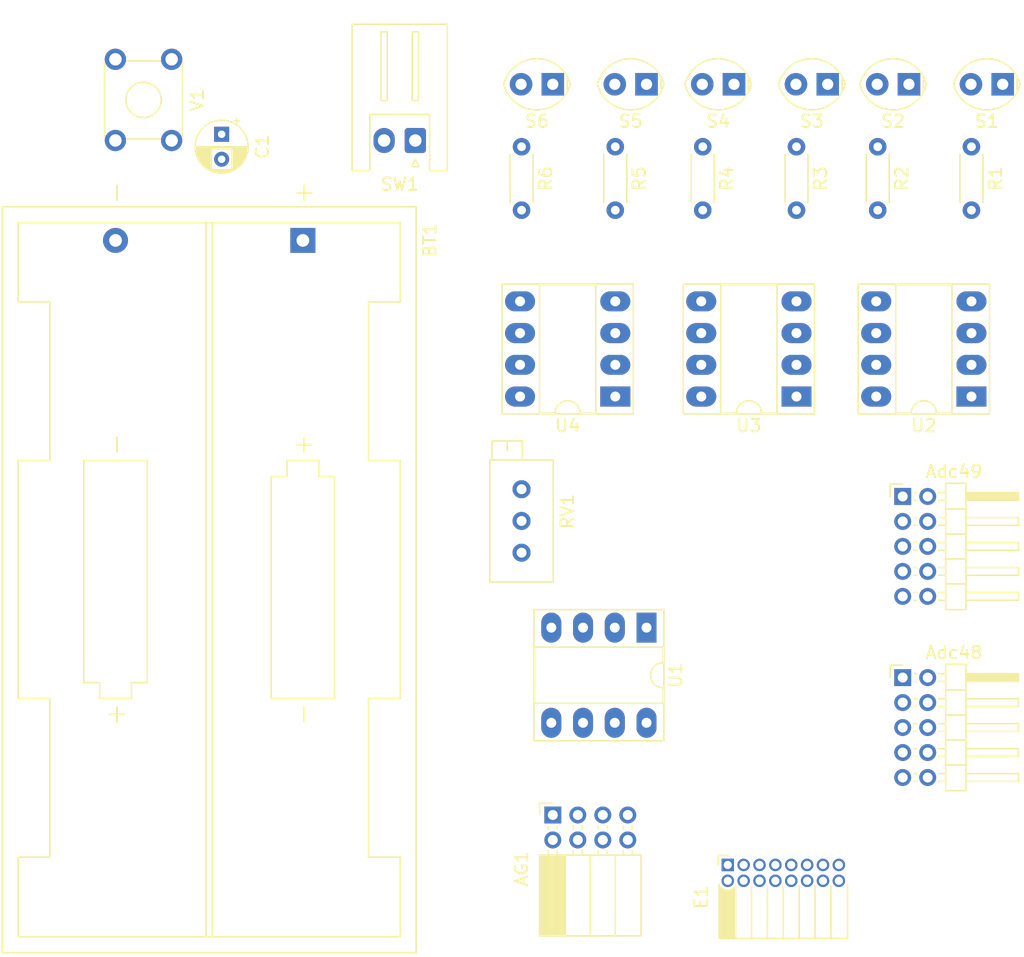
<source format=kicad_pcb>
(kicad_pcb (version 20171130) (host pcbnew "(5.0.2)-1")

  (general
    (thickness 1.6)
    (drawings 0)
    (tracks 0)
    (zones 0)
    (modules 25)
    (nets 42)
  )

  (page A4)
  (layers
    (0 F.Cu signal)
    (31 B.Cu signal)
    (32 B.Adhes user)
    (33 F.Adhes user)
    (34 B.Paste user)
    (35 F.Paste user)
    (36 B.SilkS user)
    (37 F.SilkS user)
    (38 B.Mask user)
    (39 F.Mask user)
    (40 Dwgs.User user)
    (41 Cmts.User user)
    (42 Eco1.User user)
    (43 Eco2.User user)
    (44 Edge.Cuts user)
    (45 Margin user)
    (46 B.CrtYd user)
    (47 F.CrtYd user)
    (48 B.Fab user)
    (49 F.Fab user)
  )

  (setup
    (last_trace_width 0.25)
    (trace_clearance 0.2)
    (zone_clearance 0.508)
    (zone_45_only no)
    (trace_min 0.2)
    (segment_width 0.2)
    (edge_width 0.15)
    (via_size 0.8)
    (via_drill 0.4)
    (via_min_size 0.4)
    (via_min_drill 0.3)
    (uvia_size 0.3)
    (uvia_drill 0.1)
    (uvias_allowed no)
    (uvia_min_size 0.2)
    (uvia_min_drill 0.1)
    (pcb_text_width 0.3)
    (pcb_text_size 1.5 1.5)
    (mod_edge_width 0.15)
    (mod_text_size 1 1)
    (mod_text_width 0.15)
    (pad_size 1.524 1.524)
    (pad_drill 0.762)
    (pad_to_mask_clearance 0.051)
    (solder_mask_min_width 0.25)
    (aux_axis_origin 0 0)
    (visible_elements FFFFFF7F)
    (pcbplotparams
      (layerselection 0x010fc_ffffffff)
      (usegerberextensions false)
      (usegerberattributes false)
      (usegerberadvancedattributes false)
      (creategerberjobfile false)
      (excludeedgelayer true)
      (linewidth 0.100000)
      (plotframeref false)
      (viasonmask false)
      (mode 1)
      (useauxorigin false)
      (hpglpennumber 1)
      (hpglpenspeed 20)
      (hpglpendiameter 15.000000)
      (psnegative false)
      (psa4output false)
      (plotreference true)
      (plotvalue true)
      (plotinvisibletext false)
      (padsonsilk false)
      (subtractmaskfromsilk false)
      (outputformat 1)
      (mirror false)
      (drillshape 1)
      (scaleselection 1)
      (outputdirectory ""))
  )

  (net 0 "")
  (net 1 /S6)
  (net 2 /S5)
  (net 3 /S4)
  (net 4 "Net-(Adc48-Pad7)")
  (net 5 "Net-(Adc48-Pad6)")
  (net 6 GND)
  (net 7 /SDA)
  (net 8 /SCL)
  (net 9 /3.3V)
  (net 10 "Net-(Adc49-Pad6)")
  (net 11 "Net-(Adc49-Pad7)")
  (net 12 /S1)
  (net 13 /S2)
  (net 14 /S3)
  (net 15 "Net-(AG1-Pad2)")
  (net 16 "Net-(AG1-Pad3)")
  (net 17 "Net-(AG1-Pad7)")
  (net 18 "Net-(AG1-Pad8)")
  (net 19 "Net-(BT1-Pad1)")
  (net 20 "Net-(C1-Pad1)")
  (net 21 "Net-(E1-Pad3)")
  (net 22 "Net-(E1-Pad4)")
  (net 23 "Net-(E1-Pad9)")
  (net 24 "Net-(E1-Pad10)")
  (net 25 "Net-(E1-Pad11)")
  (net 26 "Net-(E1-Pad12)")
  (net 27 "Net-(E1-Pad13)")
  (net 28 "Net-(E1-Pad14)")
  (net 29 "Net-(E1-Pad15)")
  (net 30 "Net-(E1-Pad16)")
  (net 31 "Net-(R1-Pad1)")
  (net 32 "Net-(R2-Pad1)")
  (net 33 "Net-(R3-Pad1)")
  (net 34 "Net-(R4-Pad1)")
  (net 35 "Net-(R5-Pad1)")
  (net 36 "Net-(R6-Pad1)")
  (net 37 "Net-(RV1-Pad2)")
  (net 38 /1.024V)
  (net 39 "Net-(U1-Pad5)")
  (net 40 "Net-(U1-Pad6)")
  (net 41 "Net-(U1-Pad7)")

  (net_class Default "This is the default net class."
    (clearance 0.2)
    (trace_width 0.25)
    (via_dia 0.8)
    (via_drill 0.4)
    (uvia_dia 0.3)
    (uvia_drill 0.1)
    (add_net /1.024V)
    (add_net /3.3V)
    (add_net /S1)
    (add_net /S2)
    (add_net /S3)
    (add_net /S4)
    (add_net /S5)
    (add_net /S6)
    (add_net /SCL)
    (add_net /SDA)
    (add_net GND)
    (add_net "Net-(AG1-Pad2)")
    (add_net "Net-(AG1-Pad3)")
    (add_net "Net-(AG1-Pad7)")
    (add_net "Net-(AG1-Pad8)")
    (add_net "Net-(Adc48-Pad6)")
    (add_net "Net-(Adc48-Pad7)")
    (add_net "Net-(Adc49-Pad6)")
    (add_net "Net-(Adc49-Pad7)")
    (add_net "Net-(BT1-Pad1)")
    (add_net "Net-(C1-Pad1)")
    (add_net "Net-(E1-Pad10)")
    (add_net "Net-(E1-Pad11)")
    (add_net "Net-(E1-Pad12)")
    (add_net "Net-(E1-Pad13)")
    (add_net "Net-(E1-Pad14)")
    (add_net "Net-(E1-Pad15)")
    (add_net "Net-(E1-Pad16)")
    (add_net "Net-(E1-Pad3)")
    (add_net "Net-(E1-Pad4)")
    (add_net "Net-(E1-Pad9)")
    (add_net "Net-(R1-Pad1)")
    (add_net "Net-(R2-Pad1)")
    (add_net "Net-(R3-Pad1)")
    (add_net "Net-(R4-Pad1)")
    (add_net "Net-(R5-Pad1)")
    (add_net "Net-(R6-Pad1)")
    (add_net "Net-(RV1-Pad2)")
    (add_net "Net-(U1-Pad5)")
    (add_net "Net-(U1-Pad6)")
    (add_net "Net-(U1-Pad7)")
  )

  (module Connector_PinHeader_2.00mm:PinHeader_2x05_P2.00mm_Horizontal (layer F.Cu) (tedit 59FED667) (tstamp 5CE18D74)
    (at 154 116)
    (descr "Through hole angled pin header, 2x05, 2.00mm pitch, 4.2mm pin length, double rows")
    (tags "Through hole angled pin header THT 2x05 2.00mm double row")
    (path /5CD86375)
    (fp_text reference Adc48 (at 4.1 -2) (layer F.SilkS)
      (effects (font (size 1 1) (thickness 0.15)))
    )
    (fp_text value ADS1115 (at 4.1 10) (layer F.Fab)
      (effects (font (size 1 1) (thickness 0.15)))
    )
    (fp_text user %R (at 4.25 4 90) (layer F.Fab)
      (effects (font (size 0.9 0.9) (thickness 0.135)))
    )
    (fp_line (start 9.7 -1.5) (end -1.5 -1.5) (layer F.CrtYd) (width 0.05))
    (fp_line (start 9.7 9.5) (end 9.7 -1.5) (layer F.CrtYd) (width 0.05))
    (fp_line (start -1.5 9.5) (end 9.7 9.5) (layer F.CrtYd) (width 0.05))
    (fp_line (start -1.5 -1.5) (end -1.5 9.5) (layer F.CrtYd) (width 0.05))
    (fp_line (start -1 -1) (end 0 -1) (layer F.SilkS) (width 0.12))
    (fp_line (start -1 0) (end -1 -1) (layer F.SilkS) (width 0.12))
    (fp_line (start 0.882114 8.31) (end 1.117886 8.31) (layer F.SilkS) (width 0.12))
    (fp_line (start 0.882114 7.69) (end 1.117886 7.69) (layer F.SilkS) (width 0.12))
    (fp_line (start 2.882114 8.31) (end 3.44 8.31) (layer F.SilkS) (width 0.12))
    (fp_line (start 2.882114 7.69) (end 3.44 7.69) (layer F.SilkS) (width 0.12))
    (fp_line (start 9.26 8.31) (end 5.06 8.31) (layer F.SilkS) (width 0.12))
    (fp_line (start 9.26 7.69) (end 9.26 8.31) (layer F.SilkS) (width 0.12))
    (fp_line (start 5.06 7.69) (end 9.26 7.69) (layer F.SilkS) (width 0.12))
    (fp_line (start 3.44 7) (end 5.06 7) (layer F.SilkS) (width 0.12))
    (fp_line (start 0.882114 6.31) (end 1.117886 6.31) (layer F.SilkS) (width 0.12))
    (fp_line (start 0.882114 5.69) (end 1.117886 5.69) (layer F.SilkS) (width 0.12))
    (fp_line (start 2.882114 6.31) (end 3.44 6.31) (layer F.SilkS) (width 0.12))
    (fp_line (start 2.882114 5.69) (end 3.44 5.69) (layer F.SilkS) (width 0.12))
    (fp_line (start 9.26 6.31) (end 5.06 6.31) (layer F.SilkS) (width 0.12))
    (fp_line (start 9.26 5.69) (end 9.26 6.31) (layer F.SilkS) (width 0.12))
    (fp_line (start 5.06 5.69) (end 9.26 5.69) (layer F.SilkS) (width 0.12))
    (fp_line (start 3.44 5) (end 5.06 5) (layer F.SilkS) (width 0.12))
    (fp_line (start 0.882114 4.31) (end 1.117886 4.31) (layer F.SilkS) (width 0.12))
    (fp_line (start 0.882114 3.69) (end 1.117886 3.69) (layer F.SilkS) (width 0.12))
    (fp_line (start 2.882114 4.31) (end 3.44 4.31) (layer F.SilkS) (width 0.12))
    (fp_line (start 2.882114 3.69) (end 3.44 3.69) (layer F.SilkS) (width 0.12))
    (fp_line (start 9.26 4.31) (end 5.06 4.31) (layer F.SilkS) (width 0.12))
    (fp_line (start 9.26 3.69) (end 9.26 4.31) (layer F.SilkS) (width 0.12))
    (fp_line (start 5.06 3.69) (end 9.26 3.69) (layer F.SilkS) (width 0.12))
    (fp_line (start 3.44 3) (end 5.06 3) (layer F.SilkS) (width 0.12))
    (fp_line (start 0.882114 2.31) (end 1.117886 2.31) (layer F.SilkS) (width 0.12))
    (fp_line (start 0.882114 1.69) (end 1.117886 1.69) (layer F.SilkS) (width 0.12))
    (fp_line (start 2.882114 2.31) (end 3.44 2.31) (layer F.SilkS) (width 0.12))
    (fp_line (start 2.882114 1.69) (end 3.44 1.69) (layer F.SilkS) (width 0.12))
    (fp_line (start 9.26 2.31) (end 5.06 2.31) (layer F.SilkS) (width 0.12))
    (fp_line (start 9.26 1.69) (end 9.26 2.31) (layer F.SilkS) (width 0.12))
    (fp_line (start 5.06 1.69) (end 9.26 1.69) (layer F.SilkS) (width 0.12))
    (fp_line (start 3.44 1) (end 5.06 1) (layer F.SilkS) (width 0.12))
    (fp_line (start 0.935 0.31) (end 1.117886 0.31) (layer F.SilkS) (width 0.12))
    (fp_line (start 0.935 -0.31) (end 1.117886 -0.31) (layer F.SilkS) (width 0.12))
    (fp_line (start 2.882114 0.31) (end 3.44 0.31) (layer F.SilkS) (width 0.12))
    (fp_line (start 2.882114 -0.31) (end 3.44 -0.31) (layer F.SilkS) (width 0.12))
    (fp_line (start 5.06 0.23) (end 9.26 0.23) (layer F.SilkS) (width 0.12))
    (fp_line (start 5.06 0.11) (end 9.26 0.11) (layer F.SilkS) (width 0.12))
    (fp_line (start 5.06 -0.01) (end 9.26 -0.01) (layer F.SilkS) (width 0.12))
    (fp_line (start 5.06 -0.13) (end 9.26 -0.13) (layer F.SilkS) (width 0.12))
    (fp_line (start 5.06 -0.25) (end 9.26 -0.25) (layer F.SilkS) (width 0.12))
    (fp_line (start 9.26 0.31) (end 5.06 0.31) (layer F.SilkS) (width 0.12))
    (fp_line (start 9.26 -0.31) (end 9.26 0.31) (layer F.SilkS) (width 0.12))
    (fp_line (start 5.06 -0.31) (end 9.26 -0.31) (layer F.SilkS) (width 0.12))
    (fp_line (start 5.06 -1.06) (end 3.44 -1.06) (layer F.SilkS) (width 0.12))
    (fp_line (start 5.06 9.06) (end 5.06 -1.06) (layer F.SilkS) (width 0.12))
    (fp_line (start 3.44 9.06) (end 5.06 9.06) (layer F.SilkS) (width 0.12))
    (fp_line (start 3.44 -1.06) (end 3.44 9.06) (layer F.SilkS) (width 0.12))
    (fp_line (start 5 8.25) (end 9.2 8.25) (layer F.Fab) (width 0.1))
    (fp_line (start 9.2 7.75) (end 9.2 8.25) (layer F.Fab) (width 0.1))
    (fp_line (start 5 7.75) (end 9.2 7.75) (layer F.Fab) (width 0.1))
    (fp_line (start -0.25 8.25) (end 3.5 8.25) (layer F.Fab) (width 0.1))
    (fp_line (start -0.25 7.75) (end -0.25 8.25) (layer F.Fab) (width 0.1))
    (fp_line (start -0.25 7.75) (end 3.5 7.75) (layer F.Fab) (width 0.1))
    (fp_line (start 5 6.25) (end 9.2 6.25) (layer F.Fab) (width 0.1))
    (fp_line (start 9.2 5.75) (end 9.2 6.25) (layer F.Fab) (width 0.1))
    (fp_line (start 5 5.75) (end 9.2 5.75) (layer F.Fab) (width 0.1))
    (fp_line (start -0.25 6.25) (end 3.5 6.25) (layer F.Fab) (width 0.1))
    (fp_line (start -0.25 5.75) (end -0.25 6.25) (layer F.Fab) (width 0.1))
    (fp_line (start -0.25 5.75) (end 3.5 5.75) (layer F.Fab) (width 0.1))
    (fp_line (start 5 4.25) (end 9.2 4.25) (layer F.Fab) (width 0.1))
    (fp_line (start 9.2 3.75) (end 9.2 4.25) (layer F.Fab) (width 0.1))
    (fp_line (start 5 3.75) (end 9.2 3.75) (layer F.Fab) (width 0.1))
    (fp_line (start -0.25 4.25) (end 3.5 4.25) (layer F.Fab) (width 0.1))
    (fp_line (start -0.25 3.75) (end -0.25 4.25) (layer F.Fab) (width 0.1))
    (fp_line (start -0.25 3.75) (end 3.5 3.75) (layer F.Fab) (width 0.1))
    (fp_line (start 5 2.25) (end 9.2 2.25) (layer F.Fab) (width 0.1))
    (fp_line (start 9.2 1.75) (end 9.2 2.25) (layer F.Fab) (width 0.1))
    (fp_line (start 5 1.75) (end 9.2 1.75) (layer F.Fab) (width 0.1))
    (fp_line (start -0.25 2.25) (end 3.5 2.25) (layer F.Fab) (width 0.1))
    (fp_line (start -0.25 1.75) (end -0.25 2.25) (layer F.Fab) (width 0.1))
    (fp_line (start -0.25 1.75) (end 3.5 1.75) (layer F.Fab) (width 0.1))
    (fp_line (start 5 0.25) (end 9.2 0.25) (layer F.Fab) (width 0.1))
    (fp_line (start 9.2 -0.25) (end 9.2 0.25) (layer F.Fab) (width 0.1))
    (fp_line (start 5 -0.25) (end 9.2 -0.25) (layer F.Fab) (width 0.1))
    (fp_line (start -0.25 0.25) (end 3.5 0.25) (layer F.Fab) (width 0.1))
    (fp_line (start -0.25 -0.25) (end -0.25 0.25) (layer F.Fab) (width 0.1))
    (fp_line (start -0.25 -0.25) (end 3.5 -0.25) (layer F.Fab) (width 0.1))
    (fp_line (start 3.5 -0.625) (end 3.875 -1) (layer F.Fab) (width 0.1))
    (fp_line (start 3.5 9) (end 3.5 -0.625) (layer F.Fab) (width 0.1))
    (fp_line (start 5 9) (end 3.5 9) (layer F.Fab) (width 0.1))
    (fp_line (start 5 -1) (end 5 9) (layer F.Fab) (width 0.1))
    (fp_line (start 3.875 -1) (end 5 -1) (layer F.Fab) (width 0.1))
    (pad 10 thru_hole oval (at 2 8) (size 1.35 1.35) (drill 0.8) (layers *.Cu *.Mask)
      (net 1 /S6))
    (pad 9 thru_hole oval (at 0 8) (size 1.35 1.35) (drill 0.8) (layers *.Cu *.Mask)
      (net 2 /S5))
    (pad 8 thru_hole oval (at 2 6) (size 1.35 1.35) (drill 0.8) (layers *.Cu *.Mask)
      (net 3 /S4))
    (pad 7 thru_hole oval (at 0 6) (size 1.35 1.35) (drill 0.8) (layers *.Cu *.Mask)
      (net 4 "Net-(Adc48-Pad7)"))
    (pad 6 thru_hole oval (at 2 4) (size 1.35 1.35) (drill 0.8) (layers *.Cu *.Mask)
      (net 5 "Net-(Adc48-Pad6)"))
    (pad 5 thru_hole oval (at 0 4) (size 1.35 1.35) (drill 0.8) (layers *.Cu *.Mask)
      (net 6 GND))
    (pad 4 thru_hole oval (at 2 2) (size 1.35 1.35) (drill 0.8) (layers *.Cu *.Mask)
      (net 7 /SDA))
    (pad 3 thru_hole oval (at 0 2) (size 1.35 1.35) (drill 0.8) (layers *.Cu *.Mask)
      (net 8 /SCL))
    (pad 2 thru_hole oval (at 2 0) (size 1.35 1.35) (drill 0.8) (layers *.Cu *.Mask)
      (net 6 GND))
    (pad 1 thru_hole rect (at 0 0) (size 1.35 1.35) (drill 0.8) (layers *.Cu *.Mask)
      (net 9 /3.3V))
    (model ${KISYS3DMOD}/Connector_PinHeader_2.00mm.3dshapes/PinHeader_2x05_P2.00mm_Horizontal.wrl
      (at (xyz 0 0 0))
      (scale (xyz 1 1 1))
      (rotate (xyz 0 0 0))
    )
  )

  (module Connector_PinHeader_2.00mm:PinHeader_2x05_P2.00mm_Horizontal (layer F.Cu) (tedit 59FED667) (tstamp 5CE18DDC)
    (at 154 101.5)
    (descr "Through hole angled pin header, 2x05, 2.00mm pitch, 4.2mm pin length, double rows")
    (tags "Through hole angled pin header THT 2x05 2.00mm double row")
    (path /5CD860F2)
    (fp_text reference Adc49 (at 4.1 -2) (layer F.SilkS)
      (effects (font (size 1 1) (thickness 0.15)))
    )
    (fp_text value ADS1115 (at 4.1 10) (layer F.Fab)
      (effects (font (size 1 1) (thickness 0.15)))
    )
    (fp_line (start 3.875 -1) (end 5 -1) (layer F.Fab) (width 0.1))
    (fp_line (start 5 -1) (end 5 9) (layer F.Fab) (width 0.1))
    (fp_line (start 5 9) (end 3.5 9) (layer F.Fab) (width 0.1))
    (fp_line (start 3.5 9) (end 3.5 -0.625) (layer F.Fab) (width 0.1))
    (fp_line (start 3.5 -0.625) (end 3.875 -1) (layer F.Fab) (width 0.1))
    (fp_line (start -0.25 -0.25) (end 3.5 -0.25) (layer F.Fab) (width 0.1))
    (fp_line (start -0.25 -0.25) (end -0.25 0.25) (layer F.Fab) (width 0.1))
    (fp_line (start -0.25 0.25) (end 3.5 0.25) (layer F.Fab) (width 0.1))
    (fp_line (start 5 -0.25) (end 9.2 -0.25) (layer F.Fab) (width 0.1))
    (fp_line (start 9.2 -0.25) (end 9.2 0.25) (layer F.Fab) (width 0.1))
    (fp_line (start 5 0.25) (end 9.2 0.25) (layer F.Fab) (width 0.1))
    (fp_line (start -0.25 1.75) (end 3.5 1.75) (layer F.Fab) (width 0.1))
    (fp_line (start -0.25 1.75) (end -0.25 2.25) (layer F.Fab) (width 0.1))
    (fp_line (start -0.25 2.25) (end 3.5 2.25) (layer F.Fab) (width 0.1))
    (fp_line (start 5 1.75) (end 9.2 1.75) (layer F.Fab) (width 0.1))
    (fp_line (start 9.2 1.75) (end 9.2 2.25) (layer F.Fab) (width 0.1))
    (fp_line (start 5 2.25) (end 9.2 2.25) (layer F.Fab) (width 0.1))
    (fp_line (start -0.25 3.75) (end 3.5 3.75) (layer F.Fab) (width 0.1))
    (fp_line (start -0.25 3.75) (end -0.25 4.25) (layer F.Fab) (width 0.1))
    (fp_line (start -0.25 4.25) (end 3.5 4.25) (layer F.Fab) (width 0.1))
    (fp_line (start 5 3.75) (end 9.2 3.75) (layer F.Fab) (width 0.1))
    (fp_line (start 9.2 3.75) (end 9.2 4.25) (layer F.Fab) (width 0.1))
    (fp_line (start 5 4.25) (end 9.2 4.25) (layer F.Fab) (width 0.1))
    (fp_line (start -0.25 5.75) (end 3.5 5.75) (layer F.Fab) (width 0.1))
    (fp_line (start -0.25 5.75) (end -0.25 6.25) (layer F.Fab) (width 0.1))
    (fp_line (start -0.25 6.25) (end 3.5 6.25) (layer F.Fab) (width 0.1))
    (fp_line (start 5 5.75) (end 9.2 5.75) (layer F.Fab) (width 0.1))
    (fp_line (start 9.2 5.75) (end 9.2 6.25) (layer F.Fab) (width 0.1))
    (fp_line (start 5 6.25) (end 9.2 6.25) (layer F.Fab) (width 0.1))
    (fp_line (start -0.25 7.75) (end 3.5 7.75) (layer F.Fab) (width 0.1))
    (fp_line (start -0.25 7.75) (end -0.25 8.25) (layer F.Fab) (width 0.1))
    (fp_line (start -0.25 8.25) (end 3.5 8.25) (layer F.Fab) (width 0.1))
    (fp_line (start 5 7.75) (end 9.2 7.75) (layer F.Fab) (width 0.1))
    (fp_line (start 9.2 7.75) (end 9.2 8.25) (layer F.Fab) (width 0.1))
    (fp_line (start 5 8.25) (end 9.2 8.25) (layer F.Fab) (width 0.1))
    (fp_line (start 3.44 -1.06) (end 3.44 9.06) (layer F.SilkS) (width 0.12))
    (fp_line (start 3.44 9.06) (end 5.06 9.06) (layer F.SilkS) (width 0.12))
    (fp_line (start 5.06 9.06) (end 5.06 -1.06) (layer F.SilkS) (width 0.12))
    (fp_line (start 5.06 -1.06) (end 3.44 -1.06) (layer F.SilkS) (width 0.12))
    (fp_line (start 5.06 -0.31) (end 9.26 -0.31) (layer F.SilkS) (width 0.12))
    (fp_line (start 9.26 -0.31) (end 9.26 0.31) (layer F.SilkS) (width 0.12))
    (fp_line (start 9.26 0.31) (end 5.06 0.31) (layer F.SilkS) (width 0.12))
    (fp_line (start 5.06 -0.25) (end 9.26 -0.25) (layer F.SilkS) (width 0.12))
    (fp_line (start 5.06 -0.13) (end 9.26 -0.13) (layer F.SilkS) (width 0.12))
    (fp_line (start 5.06 -0.01) (end 9.26 -0.01) (layer F.SilkS) (width 0.12))
    (fp_line (start 5.06 0.11) (end 9.26 0.11) (layer F.SilkS) (width 0.12))
    (fp_line (start 5.06 0.23) (end 9.26 0.23) (layer F.SilkS) (width 0.12))
    (fp_line (start 2.882114 -0.31) (end 3.44 -0.31) (layer F.SilkS) (width 0.12))
    (fp_line (start 2.882114 0.31) (end 3.44 0.31) (layer F.SilkS) (width 0.12))
    (fp_line (start 0.935 -0.31) (end 1.117886 -0.31) (layer F.SilkS) (width 0.12))
    (fp_line (start 0.935 0.31) (end 1.117886 0.31) (layer F.SilkS) (width 0.12))
    (fp_line (start 3.44 1) (end 5.06 1) (layer F.SilkS) (width 0.12))
    (fp_line (start 5.06 1.69) (end 9.26 1.69) (layer F.SilkS) (width 0.12))
    (fp_line (start 9.26 1.69) (end 9.26 2.31) (layer F.SilkS) (width 0.12))
    (fp_line (start 9.26 2.31) (end 5.06 2.31) (layer F.SilkS) (width 0.12))
    (fp_line (start 2.882114 1.69) (end 3.44 1.69) (layer F.SilkS) (width 0.12))
    (fp_line (start 2.882114 2.31) (end 3.44 2.31) (layer F.SilkS) (width 0.12))
    (fp_line (start 0.882114 1.69) (end 1.117886 1.69) (layer F.SilkS) (width 0.12))
    (fp_line (start 0.882114 2.31) (end 1.117886 2.31) (layer F.SilkS) (width 0.12))
    (fp_line (start 3.44 3) (end 5.06 3) (layer F.SilkS) (width 0.12))
    (fp_line (start 5.06 3.69) (end 9.26 3.69) (layer F.SilkS) (width 0.12))
    (fp_line (start 9.26 3.69) (end 9.26 4.31) (layer F.SilkS) (width 0.12))
    (fp_line (start 9.26 4.31) (end 5.06 4.31) (layer F.SilkS) (width 0.12))
    (fp_line (start 2.882114 3.69) (end 3.44 3.69) (layer F.SilkS) (width 0.12))
    (fp_line (start 2.882114 4.31) (end 3.44 4.31) (layer F.SilkS) (width 0.12))
    (fp_line (start 0.882114 3.69) (end 1.117886 3.69) (layer F.SilkS) (width 0.12))
    (fp_line (start 0.882114 4.31) (end 1.117886 4.31) (layer F.SilkS) (width 0.12))
    (fp_line (start 3.44 5) (end 5.06 5) (layer F.SilkS) (width 0.12))
    (fp_line (start 5.06 5.69) (end 9.26 5.69) (layer F.SilkS) (width 0.12))
    (fp_line (start 9.26 5.69) (end 9.26 6.31) (layer F.SilkS) (width 0.12))
    (fp_line (start 9.26 6.31) (end 5.06 6.31) (layer F.SilkS) (width 0.12))
    (fp_line (start 2.882114 5.69) (end 3.44 5.69) (layer F.SilkS) (width 0.12))
    (fp_line (start 2.882114 6.31) (end 3.44 6.31) (layer F.SilkS) (width 0.12))
    (fp_line (start 0.882114 5.69) (end 1.117886 5.69) (layer F.SilkS) (width 0.12))
    (fp_line (start 0.882114 6.31) (end 1.117886 6.31) (layer F.SilkS) (width 0.12))
    (fp_line (start 3.44 7) (end 5.06 7) (layer F.SilkS) (width 0.12))
    (fp_line (start 5.06 7.69) (end 9.26 7.69) (layer F.SilkS) (width 0.12))
    (fp_line (start 9.26 7.69) (end 9.26 8.31) (layer F.SilkS) (width 0.12))
    (fp_line (start 9.26 8.31) (end 5.06 8.31) (layer F.SilkS) (width 0.12))
    (fp_line (start 2.882114 7.69) (end 3.44 7.69) (layer F.SilkS) (width 0.12))
    (fp_line (start 2.882114 8.31) (end 3.44 8.31) (layer F.SilkS) (width 0.12))
    (fp_line (start 0.882114 7.69) (end 1.117886 7.69) (layer F.SilkS) (width 0.12))
    (fp_line (start 0.882114 8.31) (end 1.117886 8.31) (layer F.SilkS) (width 0.12))
    (fp_line (start -1 0) (end -1 -1) (layer F.SilkS) (width 0.12))
    (fp_line (start -1 -1) (end 0 -1) (layer F.SilkS) (width 0.12))
    (fp_line (start -1.5 -1.5) (end -1.5 9.5) (layer F.CrtYd) (width 0.05))
    (fp_line (start -1.5 9.5) (end 9.7 9.5) (layer F.CrtYd) (width 0.05))
    (fp_line (start 9.7 9.5) (end 9.7 -1.5) (layer F.CrtYd) (width 0.05))
    (fp_line (start 9.7 -1.5) (end -1.5 -1.5) (layer F.CrtYd) (width 0.05))
    (fp_text user %R (at 4.25 4 90) (layer F.Fab)
      (effects (font (size 0.9 0.9) (thickness 0.135)))
    )
    (pad 1 thru_hole rect (at 0 0) (size 1.35 1.35) (drill 0.8) (layers *.Cu *.Mask)
      (net 9 /3.3V))
    (pad 2 thru_hole oval (at 2 0) (size 1.35 1.35) (drill 0.8) (layers *.Cu *.Mask)
      (net 6 GND))
    (pad 3 thru_hole oval (at 0 2) (size 1.35 1.35) (drill 0.8) (layers *.Cu *.Mask)
      (net 8 /SCL))
    (pad 4 thru_hole oval (at 2 2) (size 1.35 1.35) (drill 0.8) (layers *.Cu *.Mask)
      (net 7 /SDA))
    (pad 5 thru_hole oval (at 0 4) (size 1.35 1.35) (drill 0.8) (layers *.Cu *.Mask)
      (net 9 /3.3V))
    (pad 6 thru_hole oval (at 2 4) (size 1.35 1.35) (drill 0.8) (layers *.Cu *.Mask)
      (net 10 "Net-(Adc49-Pad6)"))
    (pad 7 thru_hole oval (at 0 6) (size 1.35 1.35) (drill 0.8) (layers *.Cu *.Mask)
      (net 11 "Net-(Adc49-Pad7)"))
    (pad 8 thru_hole oval (at 2 6) (size 1.35 1.35) (drill 0.8) (layers *.Cu *.Mask)
      (net 12 /S1))
    (pad 9 thru_hole oval (at 0 8) (size 1.35 1.35) (drill 0.8) (layers *.Cu *.Mask)
      (net 13 /S2))
    (pad 10 thru_hole oval (at 2 8) (size 1.35 1.35) (drill 0.8) (layers *.Cu *.Mask)
      (net 14 /S3))
    (model ${KISYS3DMOD}/Connector_PinHeader_2.00mm.3dshapes/PinHeader_2x05_P2.00mm_Horizontal.wrl
      (at (xyz 0 0 0))
      (scale (xyz 1 1 1))
      (rotate (xyz 0 0 0))
    )
  )

  (module Connector_PinSocket_2.00mm:PinSocket_2x04_P2.00mm_Horizontal (layer F.Cu) (tedit 5A19A428) (tstamp 5CE18E28)
    (at 126 127 90)
    (descr "Through hole angled socket strip, 2x04, 2.00mm pitch, 6.35mm socket length, double cols (from Kicad 4.0.7), script generated")
    (tags "Through hole angled socket strip THT 2x04 2.00mm double row")
    (path /5CD5E30B)
    (fp_text reference AG1 (at -4.31 -2.5 90) (layer F.SilkS)
      (effects (font (size 1 1) (thickness 0.15)))
    )
    (fp_text value GY-25 (at -4.31 8.5 90) (layer F.Fab)
      (effects (font (size 1 1) (thickness 0.15)))
    )
    (fp_line (start -9.62 -1) (end -3.97 -1) (layer F.Fab) (width 0.1))
    (fp_line (start -3.97 -1) (end -3.27 -0.3) (layer F.Fab) (width 0.1))
    (fp_line (start -3.27 -0.3) (end -3.27 7) (layer F.Fab) (width 0.1))
    (fp_line (start -3.27 7) (end -9.62 7) (layer F.Fab) (width 0.1))
    (fp_line (start -9.62 7) (end -9.62 -1) (layer F.Fab) (width 0.1))
    (fp_line (start 0 -0.3) (end -3.27 -0.3) (layer F.Fab) (width 0.1))
    (fp_line (start -3.27 0.3) (end 0 0.3) (layer F.Fab) (width 0.1))
    (fp_line (start 0 0.3) (end 0 -0.3) (layer F.Fab) (width 0.1))
    (fp_line (start 0 1.7) (end -3.27 1.7) (layer F.Fab) (width 0.1))
    (fp_line (start -3.27 2.3) (end 0 2.3) (layer F.Fab) (width 0.1))
    (fp_line (start 0 2.3) (end 0 1.7) (layer F.Fab) (width 0.1))
    (fp_line (start 0 3.7) (end -3.27 3.7) (layer F.Fab) (width 0.1))
    (fp_line (start -3.27 4.3) (end 0 4.3) (layer F.Fab) (width 0.1))
    (fp_line (start 0 4.3) (end 0 3.7) (layer F.Fab) (width 0.1))
    (fp_line (start 0 5.7) (end -3.27 5.7) (layer F.Fab) (width 0.1))
    (fp_line (start -3.27 6.3) (end 0 6.3) (layer F.Fab) (width 0.1))
    (fp_line (start 0 6.3) (end 0 5.7) (layer F.Fab) (width 0.1))
    (fp_line (start -9.68 -0.94) (end -3.21 -0.94) (layer F.SilkS) (width 0.12))
    (fp_line (start -9.68 -0.825882) (end -3.21 -0.825882) (layer F.SilkS) (width 0.12))
    (fp_line (start -9.68 -0.711764) (end -3.21 -0.711764) (layer F.SilkS) (width 0.12))
    (fp_line (start -9.68 -0.597646) (end -3.21 -0.597646) (layer F.SilkS) (width 0.12))
    (fp_line (start -9.68 -0.483528) (end -3.21 -0.483528) (layer F.SilkS) (width 0.12))
    (fp_line (start -9.68 -0.36941) (end -3.21 -0.36941) (layer F.SilkS) (width 0.12))
    (fp_line (start -9.68 -0.255292) (end -3.21 -0.255292) (layer F.SilkS) (width 0.12))
    (fp_line (start -9.68 -0.141174) (end -3.21 -0.141174) (layer F.SilkS) (width 0.12))
    (fp_line (start -9.68 -0.027056) (end -3.21 -0.027056) (layer F.SilkS) (width 0.12))
    (fp_line (start -9.68 0.087062) (end -3.21 0.087062) (layer F.SilkS) (width 0.12))
    (fp_line (start -9.68 0.20118) (end -3.21 0.20118) (layer F.SilkS) (width 0.12))
    (fp_line (start -9.68 0.315298) (end -3.21 0.315298) (layer F.SilkS) (width 0.12))
    (fp_line (start -9.68 0.429416) (end -3.21 0.429416) (layer F.SilkS) (width 0.12))
    (fp_line (start -9.68 0.543534) (end -3.21 0.543534) (layer F.SilkS) (width 0.12))
    (fp_line (start -9.68 0.657652) (end -3.21 0.657652) (layer F.SilkS) (width 0.12))
    (fp_line (start -9.68 0.77177) (end -3.21 0.77177) (layer F.SilkS) (width 0.12))
    (fp_line (start -9.68 0.885888) (end -3.21 0.885888) (layer F.SilkS) (width 0.12))
    (fp_line (start -3.21 -0.36) (end -2.862917 -0.36) (layer F.SilkS) (width 0.12))
    (fp_line (start -1.137083 -0.36) (end -0.935 -0.36) (layer F.SilkS) (width 0.12))
    (fp_line (start -3.21 0.36) (end -2.862917 0.36) (layer F.SilkS) (width 0.12))
    (fp_line (start -1.137083 0.36) (end -0.935 0.36) (layer F.SilkS) (width 0.12))
    (fp_line (start -3.21 1.64) (end -2.862917 1.64) (layer F.SilkS) (width 0.12))
    (fp_line (start -1.137083 1.64) (end -0.862917 1.64) (layer F.SilkS) (width 0.12))
    (fp_line (start -3.21 2.36) (end -2.862917 2.36) (layer F.SilkS) (width 0.12))
    (fp_line (start -1.137083 2.36) (end -0.862917 2.36) (layer F.SilkS) (width 0.12))
    (fp_line (start -3.21 3.64) (end -2.862917 3.64) (layer F.SilkS) (width 0.12))
    (fp_line (start -1.137083 3.64) (end -0.862917 3.64) (layer F.SilkS) (width 0.12))
    (fp_line (start -3.21 4.36) (end -2.862917 4.36) (layer F.SilkS) (width 0.12))
    (fp_line (start -1.137083 4.36) (end -0.862917 4.36) (layer F.SilkS) (width 0.12))
    (fp_line (start -3.21 5.64) (end -2.862917 5.64) (layer F.SilkS) (width 0.12))
    (fp_line (start -1.137083 5.64) (end -0.862917 5.64) (layer F.SilkS) (width 0.12))
    (fp_line (start -3.21 6.36) (end -2.862917 6.36) (layer F.SilkS) (width 0.12))
    (fp_line (start -1.137083 6.36) (end -0.862917 6.36) (layer F.SilkS) (width 0.12))
    (fp_line (start -9.68 1) (end -3.21 1) (layer F.SilkS) (width 0.12))
    (fp_line (start -9.68 3) (end -3.21 3) (layer F.SilkS) (width 0.12))
    (fp_line (start -9.68 5) (end -3.21 5) (layer F.SilkS) (width 0.12))
    (fp_line (start -9.68 -1.06) (end -3.21 -1.06) (layer F.SilkS) (width 0.12))
    (fp_line (start -3.21 -1.06) (end -3.21 7.06) (layer F.SilkS) (width 0.12))
    (fp_line (start -9.68 7.06) (end -3.21 7.06) (layer F.SilkS) (width 0.12))
    (fp_line (start -9.68 -1.06) (end -9.68 7.06) (layer F.SilkS) (width 0.12))
    (fp_line (start 0.935 -1.06) (end 0.935 0) (layer F.SilkS) (width 0.12))
    (fp_line (start 0 -1.06) (end 0.935 -1.06) (layer F.SilkS) (width 0.12))
    (fp_line (start 1.5 -1.5) (end -10.15 -1.5) (layer F.CrtYd) (width 0.05))
    (fp_line (start -10.15 -1.5) (end -10.15 7.5) (layer F.CrtYd) (width 0.05))
    (fp_line (start -10.15 7.5) (end 1.5 7.5) (layer F.CrtYd) (width 0.05))
    (fp_line (start 1.5 7.5) (end 1.5 -1.5) (layer F.CrtYd) (width 0.05))
    (fp_text user %R (at -6.445 3 180) (layer F.Fab)
      (effects (font (size 1 1) (thickness 0.15)))
    )
    (pad 1 thru_hole rect (at 0 0 90) (size 1.35 1.35) (drill 0.8) (layers *.Cu *.Mask)
      (net 9 /3.3V))
    (pad 2 thru_hole oval (at -2 0 90) (size 1.35 1.35) (drill 0.8) (layers *.Cu *.Mask)
      (net 15 "Net-(AG1-Pad2)"))
    (pad 3 thru_hole oval (at 0 2 90) (size 1.35 1.35) (drill 0.8) (layers *.Cu *.Mask)
      (net 16 "Net-(AG1-Pad3)"))
    (pad 4 thru_hole oval (at -2 2 90) (size 1.35 1.35) (drill 0.8) (layers *.Cu *.Mask)
      (net 6 GND))
    (pad 5 thru_hole oval (at 0 4 90) (size 1.35 1.35) (drill 0.8) (layers *.Cu *.Mask)
      (net 7 /SDA))
    (pad 6 thru_hole oval (at -2 4 90) (size 1.35 1.35) (drill 0.8) (layers *.Cu *.Mask)
      (net 8 /SCL))
    (pad 7 thru_hole oval (at 0 6 90) (size 1.35 1.35) (drill 0.8) (layers *.Cu *.Mask)
      (net 17 "Net-(AG1-Pad7)"))
    (pad 8 thru_hole oval (at -2 6 90) (size 1.35 1.35) (drill 0.8) (layers *.Cu *.Mask)
      (net 18 "Net-(AG1-Pad8)"))
    (model ${KISYS3DMOD}/Connector_PinSocket_2.00mm.3dshapes/PinSocket_2x04_P2.00mm_Horizontal.wrl
      (at (xyz 0 0 0))
      (scale (xyz 1 1 1))
      (rotate (xyz 0 0 0))
    )
  )

  (module Battery:BatteryHolder_Keystone_2462_2xAA (layer F.Cu) (tedit 5BB4D45D) (tstamp 5CE18E6A)
    (at 106 81 270)
    (descr "2xAA cell battery holder, Keystone P/N 2462, https://www.keyelco.com/product-pdf.cfm?p=1027")
    (tags "AA battery cell holder")
    (path /5CD3F1EB)
    (fp_text reference BT1 (at 0 -10.16 90) (layer F.SilkS)
      (effects (font (size 1 1) (thickness 0.15)))
    )
    (fp_text value Battery (at 27.165 8.715 270) (layer F.Fab)
      (effects (font (size 1 1) (thickness 0.15)))
    )
    (fp_text user - (at 37.945 0 270) (layer F.SilkS)
      (effects (font (size 1.5 1.5) (thickness 0.15)))
    )
    (fp_text user + (at 16.355 0 270) (layer F.SilkS)
      (effects (font (size 1.5 1.5) (thickness 0.15)))
    )
    (fp_text user %R (at 0 -10.16 270) (layer F.Fab)
      (effects (font (size 1 1) (thickness 0.15)))
    )
    (fp_text user + (at 37.945 14.99 270) (layer F.SilkS)
      (effects (font (size 1.5 1.5) (thickness 0.15)))
    )
    (fp_text user - (at 16.355 14.99 270) (layer F.SilkS)
      (effects (font (size 1.5 1.5) (thickness 0.15)))
    )
    (fp_text user + (at -3.81 0 270) (layer F.SilkS)
      (effects (font (size 1.5 1.5) (thickness 0.15)))
    )
    (fp_text user - (at -3.81 14.99 270) (layer F.SilkS)
      (effects (font (size 1.5 1.5) (thickness 0.15)))
    )
    (fp_line (start 57.17 24.21) (end 57.17 -9.22) (layer F.CrtYd) (width 0.05))
    (fp_line (start -2.84 24.21) (end 57.17 24.21) (layer F.CrtYd) (width 0.05))
    (fp_line (start -2.84 -9.22) (end -2.84 24.21) (layer F.CrtYd) (width 0.05))
    (fp_line (start 57.17 -9.22) (end -2.84 -9.22) (layer F.CrtYd) (width 0.05))
    (fp_line (start 57.02 24.055) (end 57.02 -9.065) (layer F.SilkS) (width 0.12))
    (fp_line (start -2.69 24.055) (end 57.02 24.055) (layer F.SilkS) (width 0.12))
    (fp_line (start -2.69 -9.065) (end -2.69 24.055) (layer F.SilkS) (width 0.12))
    (fp_line (start 57.02 -9.065) (end -2.69 -9.065) (layer F.SilkS) (width 0.12))
    (fp_line (start 17.625 17.53) (end 17.625 12.45) (layer F.SilkS) (width 0.12))
    (fp_line (start 17.625 12.45) (end 35.405 12.45) (layer F.SilkS) (width 0.12))
    (fp_line (start 35.405 12.45) (end 35.405 13.72) (layer F.SilkS) (width 0.12))
    (fp_line (start 35.405 13.72) (end 36.675 13.72) (layer F.SilkS) (width 0.12))
    (fp_line (start 36.675 13.72) (end 36.675 16.26) (layer F.SilkS) (width 0.12))
    (fp_line (start 36.675 16.26) (end 35.405 16.26) (layer F.SilkS) (width 0.12))
    (fp_line (start 35.405 16.26) (end 35.405 17.53) (layer F.SilkS) (width 0.12))
    (fp_line (start 35.405 17.53) (end 17.625 17.53) (layer F.SilkS) (width 0.12))
    (fp_line (start 36.675 -1.27) (end 36.675 2.54) (layer F.SilkS) (width 0.12))
    (fp_line (start 36.675 2.54) (end 18.895 2.54) (layer F.SilkS) (width 0.12))
    (fp_line (start 18.895 2.54) (end 18.895 1.27) (layer F.SilkS) (width 0.12))
    (fp_line (start 18.895 1.27) (end 17.625 1.27) (layer F.SilkS) (width 0.12))
    (fp_line (start 17.625 1.27) (end 17.625 -1.27) (layer F.SilkS) (width 0.12))
    (fp_line (start 17.625 -1.27) (end 18.895 -1.27) (layer F.SilkS) (width 0.12))
    (fp_line (start 18.895 -1.27) (end 18.895 -2.54) (layer F.SilkS) (width 0.12))
    (fp_line (start 18.895 -2.54) (end 36.675 -2.54) (layer F.SilkS) (width 0.12))
    (fp_line (start 36.675 -2.54) (end 36.675 -1.27) (layer F.SilkS) (width 0.12))
    (fp_line (start -1.42 7.241) (end 55.75 7.241) (layer F.SilkS) (width 0.12))
    (fp_line (start 55.75 7.749) (end -1.42 7.749) (layer F.SilkS) (width 0.12))
    (fp_line (start 17.625 20.245) (end 17.625 22.785) (layer F.SilkS) (width 0.12))
    (fp_line (start 17.625 22.785) (end 36.675 22.785) (layer F.SilkS) (width 0.12))
    (fp_line (start 36.675 22.785) (end 36.675 20.245) (layer F.SilkS) (width 0.12))
    (fp_line (start 49.375 -5.255) (end 36.675 -5.255) (layer F.SilkS) (width 0.12))
    (fp_line (start 36.675 -5.255) (end 36.675 -7.795) (layer F.SilkS) (width 0.12))
    (fp_line (start 36.675 -7.795) (end 17.625 -7.795) (layer F.SilkS) (width 0.12))
    (fp_line (start 17.625 -7.795) (end 17.625 -5.255) (layer F.SilkS) (width 0.12))
    (fp_line (start 49.375 20.245) (end 36.675 20.245) (layer F.SilkS) (width 0.12))
    (fp_line (start 4.925 -5.255) (end 17.625 -5.255) (layer F.SilkS) (width 0.12))
    (fp_line (start 4.925 -5.255) (end 4.925 -7.795) (layer F.SilkS) (width 0.12))
    (fp_line (start 4.925 -7.795) (end -1.42 -7.795) (layer F.SilkS) (width 0.12))
    (fp_line (start -1.42 -7.795) (end -1.42 22.785) (layer F.SilkS) (width 0.12))
    (fp_line (start -1.42 22.785) (end 4.925 22.785) (layer F.SilkS) (width 0.12))
    (fp_line (start 4.925 22.785) (end 4.925 20.245) (layer F.SilkS) (width 0.12))
    (fp_line (start 4.925 20.245) (end 17.625 20.245) (layer F.SilkS) (width 0.12))
    (fp_line (start 55.75 -7.795) (end 49.375 -7.795) (layer F.SilkS) (width 0.12))
    (fp_line (start 49.375 -7.795) (end 49.375 -5.255) (layer F.SilkS) (width 0.12))
    (fp_line (start 55.75 -7.795) (end 55.75 22.785) (layer F.SilkS) (width 0.12))
    (fp_line (start 55.75 22.785) (end 49.375 22.785) (layer F.SilkS) (width 0.12))
    (fp_line (start 49.375 22.785) (end 49.375 20.245) (layer F.SilkS) (width 0.12))
    (fp_line (start -2.59 23.955) (end -2.59 -8.965) (layer F.Fab) (width 0.1))
    (fp_line (start 56.92 23.955) (end 56.92 -8.965) (layer F.Fab) (width 0.1))
    (fp_line (start -2.59 23.955) (end 56.92 23.955) (layer F.Fab) (width 0.1))
    (fp_line (start -2.59 -8.965) (end 56.92 -8.965) (layer F.Fab) (width 0.1))
    (pad 1 thru_hole rect (at 0 0 270) (size 2 2) (drill 1.02) (layers *.Cu *.Mask)
      (net 19 "Net-(BT1-Pad1)"))
    (pad 2 thru_hole circle (at 0 14.99 270) (size 2 2) (drill 1.02) (layers *.Cu *.Mask)
      (net 6 GND))
    (pad "" np_thru_hole circle (at 27.165 14.99 270) (size 3.3 3.3) (drill 3.3) (layers *.Cu *.Mask))
    (pad "" np_thru_hole circle (at 27.165 0 270) (size 3.3 3.3) (drill 3.3) (layers *.Cu *.Mask))
    (model ${KISYS3DMOD}/Battery.3dshapes/BatteryHolder_Keystone_2462_2xAA.wrl
      (at (xyz 0 0 0))
      (scale (xyz 1 1 1))
      (rotate (xyz 0 0 0))
    )
  )

  (module Capacitor_THT:CP_Radial_D4.0mm_P2.00mm (layer F.Cu) (tedit 5AE50EF0) (tstamp 5CE18ED6)
    (at 99.5 72.5 270)
    (descr "CP, Radial series, Radial, pin pitch=2.00mm, , diameter=4mm, Electrolytic Capacitor")
    (tags "CP Radial series Radial pin pitch 2.00mm  diameter 4mm Electrolytic Capacitor")
    (path /5CD42553)
    (fp_text reference C1 (at 1 -3.25 270) (layer F.SilkS)
      (effects (font (size 1 1) (thickness 0.15)))
    )
    (fp_text value CP (at 1 3.25 270) (layer F.Fab)
      (effects (font (size 1 1) (thickness 0.15)))
    )
    (fp_circle (center 1 0) (end 3 0) (layer F.Fab) (width 0.1))
    (fp_circle (center 1 0) (end 3.12 0) (layer F.SilkS) (width 0.12))
    (fp_circle (center 1 0) (end 3.25 0) (layer F.CrtYd) (width 0.05))
    (fp_line (start -0.702554 -0.8675) (end -0.302554 -0.8675) (layer F.Fab) (width 0.1))
    (fp_line (start -0.502554 -1.0675) (end -0.502554 -0.6675) (layer F.Fab) (width 0.1))
    (fp_line (start 1 -2.08) (end 1 2.08) (layer F.SilkS) (width 0.12))
    (fp_line (start 1.04 -2.08) (end 1.04 2.08) (layer F.SilkS) (width 0.12))
    (fp_line (start 1.08 -2.079) (end 1.08 2.079) (layer F.SilkS) (width 0.12))
    (fp_line (start 1.12 -2.077) (end 1.12 2.077) (layer F.SilkS) (width 0.12))
    (fp_line (start 1.16 -2.074) (end 1.16 2.074) (layer F.SilkS) (width 0.12))
    (fp_line (start 1.2 -2.071) (end 1.2 -0.84) (layer F.SilkS) (width 0.12))
    (fp_line (start 1.2 0.84) (end 1.2 2.071) (layer F.SilkS) (width 0.12))
    (fp_line (start 1.24 -2.067) (end 1.24 -0.84) (layer F.SilkS) (width 0.12))
    (fp_line (start 1.24 0.84) (end 1.24 2.067) (layer F.SilkS) (width 0.12))
    (fp_line (start 1.28 -2.062) (end 1.28 -0.84) (layer F.SilkS) (width 0.12))
    (fp_line (start 1.28 0.84) (end 1.28 2.062) (layer F.SilkS) (width 0.12))
    (fp_line (start 1.32 -2.056) (end 1.32 -0.84) (layer F.SilkS) (width 0.12))
    (fp_line (start 1.32 0.84) (end 1.32 2.056) (layer F.SilkS) (width 0.12))
    (fp_line (start 1.36 -2.05) (end 1.36 -0.84) (layer F.SilkS) (width 0.12))
    (fp_line (start 1.36 0.84) (end 1.36 2.05) (layer F.SilkS) (width 0.12))
    (fp_line (start 1.4 -2.042) (end 1.4 -0.84) (layer F.SilkS) (width 0.12))
    (fp_line (start 1.4 0.84) (end 1.4 2.042) (layer F.SilkS) (width 0.12))
    (fp_line (start 1.44 -2.034) (end 1.44 -0.84) (layer F.SilkS) (width 0.12))
    (fp_line (start 1.44 0.84) (end 1.44 2.034) (layer F.SilkS) (width 0.12))
    (fp_line (start 1.48 -2.025) (end 1.48 -0.84) (layer F.SilkS) (width 0.12))
    (fp_line (start 1.48 0.84) (end 1.48 2.025) (layer F.SilkS) (width 0.12))
    (fp_line (start 1.52 -2.016) (end 1.52 -0.84) (layer F.SilkS) (width 0.12))
    (fp_line (start 1.52 0.84) (end 1.52 2.016) (layer F.SilkS) (width 0.12))
    (fp_line (start 1.56 -2.005) (end 1.56 -0.84) (layer F.SilkS) (width 0.12))
    (fp_line (start 1.56 0.84) (end 1.56 2.005) (layer F.SilkS) (width 0.12))
    (fp_line (start 1.6 -1.994) (end 1.6 -0.84) (layer F.SilkS) (width 0.12))
    (fp_line (start 1.6 0.84) (end 1.6 1.994) (layer F.SilkS) (width 0.12))
    (fp_line (start 1.64 -1.982) (end 1.64 -0.84) (layer F.SilkS) (width 0.12))
    (fp_line (start 1.64 0.84) (end 1.64 1.982) (layer F.SilkS) (width 0.12))
    (fp_line (start 1.68 -1.968) (end 1.68 -0.84) (layer F.SilkS) (width 0.12))
    (fp_line (start 1.68 0.84) (end 1.68 1.968) (layer F.SilkS) (width 0.12))
    (fp_line (start 1.721 -1.954) (end 1.721 -0.84) (layer F.SilkS) (width 0.12))
    (fp_line (start 1.721 0.84) (end 1.721 1.954) (layer F.SilkS) (width 0.12))
    (fp_line (start 1.761 -1.94) (end 1.761 -0.84) (layer F.SilkS) (width 0.12))
    (fp_line (start 1.761 0.84) (end 1.761 1.94) (layer F.SilkS) (width 0.12))
    (fp_line (start 1.801 -1.924) (end 1.801 -0.84) (layer F.SilkS) (width 0.12))
    (fp_line (start 1.801 0.84) (end 1.801 1.924) (layer F.SilkS) (width 0.12))
    (fp_line (start 1.841 -1.907) (end 1.841 -0.84) (layer F.SilkS) (width 0.12))
    (fp_line (start 1.841 0.84) (end 1.841 1.907) (layer F.SilkS) (width 0.12))
    (fp_line (start 1.881 -1.889) (end 1.881 -0.84) (layer F.SilkS) (width 0.12))
    (fp_line (start 1.881 0.84) (end 1.881 1.889) (layer F.SilkS) (width 0.12))
    (fp_line (start 1.921 -1.87) (end 1.921 -0.84) (layer F.SilkS) (width 0.12))
    (fp_line (start 1.921 0.84) (end 1.921 1.87) (layer F.SilkS) (width 0.12))
    (fp_line (start 1.961 -1.851) (end 1.961 -0.84) (layer F.SilkS) (width 0.12))
    (fp_line (start 1.961 0.84) (end 1.961 1.851) (layer F.SilkS) (width 0.12))
    (fp_line (start 2.001 -1.83) (end 2.001 -0.84) (layer F.SilkS) (width 0.12))
    (fp_line (start 2.001 0.84) (end 2.001 1.83) (layer F.SilkS) (width 0.12))
    (fp_line (start 2.041 -1.808) (end 2.041 -0.84) (layer F.SilkS) (width 0.12))
    (fp_line (start 2.041 0.84) (end 2.041 1.808) (layer F.SilkS) (width 0.12))
    (fp_line (start 2.081 -1.785) (end 2.081 -0.84) (layer F.SilkS) (width 0.12))
    (fp_line (start 2.081 0.84) (end 2.081 1.785) (layer F.SilkS) (width 0.12))
    (fp_line (start 2.121 -1.76) (end 2.121 -0.84) (layer F.SilkS) (width 0.12))
    (fp_line (start 2.121 0.84) (end 2.121 1.76) (layer F.SilkS) (width 0.12))
    (fp_line (start 2.161 -1.735) (end 2.161 -0.84) (layer F.SilkS) (width 0.12))
    (fp_line (start 2.161 0.84) (end 2.161 1.735) (layer F.SilkS) (width 0.12))
    (fp_line (start 2.201 -1.708) (end 2.201 -0.84) (layer F.SilkS) (width 0.12))
    (fp_line (start 2.201 0.84) (end 2.201 1.708) (layer F.SilkS) (width 0.12))
    (fp_line (start 2.241 -1.68) (end 2.241 -0.84) (layer F.SilkS) (width 0.12))
    (fp_line (start 2.241 0.84) (end 2.241 1.68) (layer F.SilkS) (width 0.12))
    (fp_line (start 2.281 -1.65) (end 2.281 -0.84) (layer F.SilkS) (width 0.12))
    (fp_line (start 2.281 0.84) (end 2.281 1.65) (layer F.SilkS) (width 0.12))
    (fp_line (start 2.321 -1.619) (end 2.321 -0.84) (layer F.SilkS) (width 0.12))
    (fp_line (start 2.321 0.84) (end 2.321 1.619) (layer F.SilkS) (width 0.12))
    (fp_line (start 2.361 -1.587) (end 2.361 -0.84) (layer F.SilkS) (width 0.12))
    (fp_line (start 2.361 0.84) (end 2.361 1.587) (layer F.SilkS) (width 0.12))
    (fp_line (start 2.401 -1.552) (end 2.401 -0.84) (layer F.SilkS) (width 0.12))
    (fp_line (start 2.401 0.84) (end 2.401 1.552) (layer F.SilkS) (width 0.12))
    (fp_line (start 2.441 -1.516) (end 2.441 -0.84) (layer F.SilkS) (width 0.12))
    (fp_line (start 2.441 0.84) (end 2.441 1.516) (layer F.SilkS) (width 0.12))
    (fp_line (start 2.481 -1.478) (end 2.481 -0.84) (layer F.SilkS) (width 0.12))
    (fp_line (start 2.481 0.84) (end 2.481 1.478) (layer F.SilkS) (width 0.12))
    (fp_line (start 2.521 -1.438) (end 2.521 -0.84) (layer F.SilkS) (width 0.12))
    (fp_line (start 2.521 0.84) (end 2.521 1.438) (layer F.SilkS) (width 0.12))
    (fp_line (start 2.561 -1.396) (end 2.561 -0.84) (layer F.SilkS) (width 0.12))
    (fp_line (start 2.561 0.84) (end 2.561 1.396) (layer F.SilkS) (width 0.12))
    (fp_line (start 2.601 -1.351) (end 2.601 -0.84) (layer F.SilkS) (width 0.12))
    (fp_line (start 2.601 0.84) (end 2.601 1.351) (layer F.SilkS) (width 0.12))
    (fp_line (start 2.641 -1.304) (end 2.641 -0.84) (layer F.SilkS) (width 0.12))
    (fp_line (start 2.641 0.84) (end 2.641 1.304) (layer F.SilkS) (width 0.12))
    (fp_line (start 2.681 -1.254) (end 2.681 -0.84) (layer F.SilkS) (width 0.12))
    (fp_line (start 2.681 0.84) (end 2.681 1.254) (layer F.SilkS) (width 0.12))
    (fp_line (start 2.721 -1.2) (end 2.721 -0.84) (layer F.SilkS) (width 0.12))
    (fp_line (start 2.721 0.84) (end 2.721 1.2) (layer F.SilkS) (width 0.12))
    (fp_line (start 2.761 -1.142) (end 2.761 -0.84) (layer F.SilkS) (width 0.12))
    (fp_line (start 2.761 0.84) (end 2.761 1.142) (layer F.SilkS) (width 0.12))
    (fp_line (start 2.801 -1.08) (end 2.801 -0.84) (layer F.SilkS) (width 0.12))
    (fp_line (start 2.801 0.84) (end 2.801 1.08) (layer F.SilkS) (width 0.12))
    (fp_line (start 2.841 -1.013) (end 2.841 1.013) (layer F.SilkS) (width 0.12))
    (fp_line (start 2.881 -0.94) (end 2.881 0.94) (layer F.SilkS) (width 0.12))
    (fp_line (start 2.921 -0.859) (end 2.921 0.859) (layer F.SilkS) (width 0.12))
    (fp_line (start 2.961 -0.768) (end 2.961 0.768) (layer F.SilkS) (width 0.12))
    (fp_line (start 3.001 -0.664) (end 3.001 0.664) (layer F.SilkS) (width 0.12))
    (fp_line (start 3.041 -0.537) (end 3.041 0.537) (layer F.SilkS) (width 0.12))
    (fp_line (start 3.081 -0.37) (end 3.081 0.37) (layer F.SilkS) (width 0.12))
    (fp_line (start -1.269801 -1.195) (end -0.869801 -1.195) (layer F.SilkS) (width 0.12))
    (fp_line (start -1.069801 -1.395) (end -1.069801 -0.995) (layer F.SilkS) (width 0.12))
    (fp_text user %R (at 1 0 270) (layer F.Fab)
      (effects (font (size 0.8 0.8) (thickness 0.12)))
    )
    (pad 1 thru_hole rect (at 0 0 270) (size 1.2 1.2) (drill 0.6) (layers *.Cu *.Mask)
      (net 20 "Net-(C1-Pad1)"))
    (pad 2 thru_hole circle (at 2 0 270) (size 1.2 1.2) (drill 0.6) (layers *.Cu *.Mask)
      (net 6 GND))
    (model ${KISYS3DMOD}/Capacitor_THT.3dshapes/CP_Radial_D4.0mm_P2.00mm.wrl
      (at (xyz 0 0 0))
      (scale (xyz 1 1 1))
      (rotate (xyz 0 0 0))
    )
  )

  (module Connector_PinSocket_1.27mm:PinSocket_2x08_P1.27mm_Horizontal (layer F.Cu) (tedit 5A19A429) (tstamp 5CE18F23)
    (at 140 131 90)
    (descr "Through hole angled socket strip, 2x08, 1.27mm pitch, 4.4mm socket length, double cols (https://gct.co/pdfjs/web/viewer.html?file=/Files/Drawings/BD091.pdf&t=1511594177220), script generated")
    (tags "Through hole angled socket strip THT 2x08 1.27mm double row")
    (path /5CD726F0)
    (fp_text reference E1 (at -2.5925 -2.135 90) (layer F.SilkS)
      (effects (font (size 1 1) (thickness 0.15)))
    )
    (fp_text value ESP8266_d1 (at -2.5925 11.025 90) (layer F.Fab)
      (effects (font (size 1 1) (thickness 0.15)))
    )
    (fp_line (start -5.82 -0.635) (end -1.805 -0.635) (layer F.Fab) (width 0.1))
    (fp_line (start -1.805 -0.635) (end -1.42 -0.25) (layer F.Fab) (width 0.1))
    (fp_line (start -1.42 -0.25) (end -1.42 9.525) (layer F.Fab) (width 0.1))
    (fp_line (start -1.42 9.525) (end -5.82 9.525) (layer F.Fab) (width 0.1))
    (fp_line (start -5.82 9.525) (end -5.82 -0.635) (layer F.Fab) (width 0.1))
    (fp_line (start 0 -0.25) (end -1.42 -0.25) (layer F.Fab) (width 0.1))
    (fp_line (start -1.42 0.25) (end 0 0.25) (layer F.Fab) (width 0.1))
    (fp_line (start 0 0.25) (end 0 -0.25) (layer F.Fab) (width 0.1))
    (fp_line (start 0 1.02) (end -1.42 1.02) (layer F.Fab) (width 0.1))
    (fp_line (start -1.42 1.52) (end 0 1.52) (layer F.Fab) (width 0.1))
    (fp_line (start 0 1.52) (end 0 1.02) (layer F.Fab) (width 0.1))
    (fp_line (start 0 2.29) (end -1.42 2.29) (layer F.Fab) (width 0.1))
    (fp_line (start -1.42 2.79) (end 0 2.79) (layer F.Fab) (width 0.1))
    (fp_line (start 0 2.79) (end 0 2.29) (layer F.Fab) (width 0.1))
    (fp_line (start 0 3.56) (end -1.42 3.56) (layer F.Fab) (width 0.1))
    (fp_line (start -1.42 4.06) (end 0 4.06) (layer F.Fab) (width 0.1))
    (fp_line (start 0 4.06) (end 0 3.56) (layer F.Fab) (width 0.1))
    (fp_line (start 0 4.83) (end -1.42 4.83) (layer F.Fab) (width 0.1))
    (fp_line (start -1.42 5.33) (end 0 5.33) (layer F.Fab) (width 0.1))
    (fp_line (start 0 5.33) (end 0 4.83) (layer F.Fab) (width 0.1))
    (fp_line (start 0 6.1) (end -1.42 6.1) (layer F.Fab) (width 0.1))
    (fp_line (start -1.42 6.6) (end 0 6.6) (layer F.Fab) (width 0.1))
    (fp_line (start 0 6.6) (end 0 6.1) (layer F.Fab) (width 0.1))
    (fp_line (start 0 7.37) (end -1.42 7.37) (layer F.Fab) (width 0.1))
    (fp_line (start -1.42 7.87) (end 0 7.87) (layer F.Fab) (width 0.1))
    (fp_line (start 0 7.87) (end 0 7.37) (layer F.Fab) (width 0.1))
    (fp_line (start 0 8.64) (end -1.42 8.64) (layer F.Fab) (width 0.1))
    (fp_line (start -1.42 9.14) (end 0 9.14) (layer F.Fab) (width 0.1))
    (fp_line (start 0 9.14) (end 0 8.64) (layer F.Fab) (width 0.1))
    (fp_line (start -5.88 -0.575) (end -1.766966 -0.575) (layer F.SilkS) (width 0.12))
    (fp_line (start -5.88 -0.465) (end -1.871145 -0.465) (layer F.SilkS) (width 0.12))
    (fp_line (start -5.88 -0.355) (end -1.941993 -0.355) (layer F.SilkS) (width 0.12))
    (fp_line (start -5.88 -0.245) (end -1.989427 -0.245) (layer F.SilkS) (width 0.12))
    (fp_line (start -5.88 -0.135) (end -2.017914 -0.135) (layer F.SilkS) (width 0.12))
    (fp_line (start -5.88 -0.025) (end -2.029589 -0.025) (layer F.SilkS) (width 0.12))
    (fp_line (start -5.88 0.085) (end -2.025232 0.085) (layer F.SilkS) (width 0.12))
    (fp_line (start -5.88 0.195) (end -2.004558 0.195) (layer F.SilkS) (width 0.12))
    (fp_line (start -5.88 0.305) (end -1.966114 0.305) (layer F.SilkS) (width 0.12))
    (fp_line (start -5.88 0.415) (end -1.906691 0.415) (layer F.SilkS) (width 0.12))
    (fp_line (start -5.88 0.525) (end -1.819523 0.525) (layer F.SilkS) (width 0.12))
    (fp_line (start -5.88 0.635) (end -1.687582 0.635) (layer F.SilkS) (width 0.12))
    (fp_line (start -5.88 1.905) (end -1.687582 1.905) (layer F.SilkS) (width 0.12))
    (fp_line (start -5.88 3.175) (end -1.687582 3.175) (layer F.SilkS) (width 0.12))
    (fp_line (start -5.88 4.445) (end -1.687582 4.445) (layer F.SilkS) (width 0.12))
    (fp_line (start -5.88 5.715) (end -1.687582 5.715) (layer F.SilkS) (width 0.12))
    (fp_line (start -5.88 6.985) (end -1.687582 6.985) (layer F.SilkS) (width 0.12))
    (fp_line (start -5.88 8.255) (end -1.687582 8.255) (layer F.SilkS) (width 0.12))
    (fp_line (start -5.88 -0.695) (end -1.57753 -0.695) (layer F.SilkS) (width 0.12))
    (fp_line (start -5.88 9.585) (end -1.57753 9.585) (layer F.SilkS) (width 0.12))
    (fp_line (start -5.88 -0.695) (end -5.88 9.585) (layer F.SilkS) (width 0.12))
    (fp_line (start 0.76 -0.76) (end 0.76 0) (layer F.SilkS) (width 0.12))
    (fp_line (start 0 -0.76) (end 0.76 -0.76) (layer F.SilkS) (width 0.12))
    (fp_line (start 1.15 -1.15) (end -6.35 -1.15) (layer F.CrtYd) (width 0.05))
    (fp_line (start -6.35 -1.15) (end -6.35 10.05) (layer F.CrtYd) (width 0.05))
    (fp_line (start -6.35 10.05) (end 1.15 10.05) (layer F.CrtYd) (width 0.05))
    (fp_line (start 1.15 10.05) (end 1.15 -1.15) (layer F.CrtYd) (width 0.05))
    (fp_text user %R (at -3.62 4.445 180) (layer F.Fab)
      (effects (font (size 1 1) (thickness 0.15)))
    )
    (pad 1 thru_hole rect (at 0 0 90) (size 1 1) (drill 0.65) (layers *.Cu *.Mask)
      (net 9 /3.3V))
    (pad 2 thru_hole oval (at -1.27 0 90) (size 1 1) (drill 0.65) (layers *.Cu *.Mask)
      (net 6 GND))
    (pad 3 thru_hole oval (at 0 1.27 90) (size 1 1) (drill 0.65) (layers *.Cu *.Mask)
      (net 21 "Net-(E1-Pad3)"))
    (pad 4 thru_hole oval (at -1.27 1.27 90) (size 1 1) (drill 0.65) (layers *.Cu *.Mask)
      (net 22 "Net-(E1-Pad4)"))
    (pad 5 thru_hole oval (at 0 2.54 90) (size 1 1) (drill 0.65) (layers *.Cu *.Mask)
      (net 7 /SDA))
    (pad 6 thru_hole oval (at -1.27 2.54 90) (size 1 1) (drill 0.65) (layers *.Cu *.Mask)
      (net 8 /SCL))
    (pad 7 thru_hole oval (at 0 3.81 90) (size 1 1) (drill 0.65) (layers *.Cu *.Mask)
      (net 16 "Net-(AG1-Pad3)"))
    (pad 8 thru_hole oval (at -1.27 3.81 90) (size 1 1) (drill 0.65) (layers *.Cu *.Mask)
      (net 15 "Net-(AG1-Pad2)"))
    (pad 9 thru_hole oval (at 0 5.08 90) (size 1 1) (drill 0.65) (layers *.Cu *.Mask)
      (net 23 "Net-(E1-Pad9)"))
    (pad 10 thru_hole oval (at -1.27 5.08 90) (size 1 1) (drill 0.65) (layers *.Cu *.Mask)
      (net 24 "Net-(E1-Pad10)"))
    (pad 11 thru_hole oval (at 0 6.35 90) (size 1 1) (drill 0.65) (layers *.Cu *.Mask)
      (net 25 "Net-(E1-Pad11)"))
    (pad 12 thru_hole oval (at -1.27 6.35 90) (size 1 1) (drill 0.65) (layers *.Cu *.Mask)
      (net 26 "Net-(E1-Pad12)"))
    (pad 13 thru_hole oval (at 0 7.62 90) (size 1 1) (drill 0.65) (layers *.Cu *.Mask)
      (net 27 "Net-(E1-Pad13)"))
    (pad 14 thru_hole oval (at -1.27 7.62 90) (size 1 1) (drill 0.65) (layers *.Cu *.Mask)
      (net 28 "Net-(E1-Pad14)"))
    (pad 15 thru_hole oval (at 0 8.89 90) (size 1 1) (drill 0.65) (layers *.Cu *.Mask)
      (net 29 "Net-(E1-Pad15)"))
    (pad 16 thru_hole oval (at -1.27 8.89 90) (size 1 1) (drill 0.65) (layers *.Cu *.Mask)
      (net 30 "Net-(E1-Pad16)"))
    (model ${KISYS3DMOD}/Connector_PinSocket_1.27mm.3dshapes/PinSocket_2x08_P1.27mm_Horizontal.wrl
      (at (xyz 0 0 0))
      (scale (xyz 1 1 1))
      (rotate (xyz 0 0 0))
    )
  )

  (module Resistor_THT:R_Axial_DIN0204_L3.6mm_D1.6mm_P5.08mm_Horizontal (layer F.Cu) (tedit 5AE5139B) (tstamp 5CE18F36)
    (at 159.5 73.5 270)
    (descr "Resistor, Axial_DIN0204 series, Axial, Horizontal, pin pitch=5.08mm, 0.167W, length*diameter=3.6*1.6mm^2, http://cdn-reichelt.de/documents/datenblatt/B400/1_4W%23YAG.pdf")
    (tags "Resistor Axial_DIN0204 series Axial Horizontal pin pitch 5.08mm 0.167W length 3.6mm diameter 1.6mm")
    (path /5CD674A2)
    (fp_text reference R1 (at 2.54 -1.92 270) (layer F.SilkS)
      (effects (font (size 1 1) (thickness 0.15)))
    )
    (fp_text value RTRIM (at 2.54 1.92 270) (layer F.Fab)
      (effects (font (size 1 1) (thickness 0.15)))
    )
    (fp_line (start 0.74 -0.8) (end 0.74 0.8) (layer F.Fab) (width 0.1))
    (fp_line (start 0.74 0.8) (end 4.34 0.8) (layer F.Fab) (width 0.1))
    (fp_line (start 4.34 0.8) (end 4.34 -0.8) (layer F.Fab) (width 0.1))
    (fp_line (start 4.34 -0.8) (end 0.74 -0.8) (layer F.Fab) (width 0.1))
    (fp_line (start 0 0) (end 0.74 0) (layer F.Fab) (width 0.1))
    (fp_line (start 5.08 0) (end 4.34 0) (layer F.Fab) (width 0.1))
    (fp_line (start 0.62 -0.92) (end 4.46 -0.92) (layer F.SilkS) (width 0.12))
    (fp_line (start 0.62 0.92) (end 4.46 0.92) (layer F.SilkS) (width 0.12))
    (fp_line (start -0.95 -1.05) (end -0.95 1.05) (layer F.CrtYd) (width 0.05))
    (fp_line (start -0.95 1.05) (end 6.03 1.05) (layer F.CrtYd) (width 0.05))
    (fp_line (start 6.03 1.05) (end 6.03 -1.05) (layer F.CrtYd) (width 0.05))
    (fp_line (start 6.03 -1.05) (end -0.95 -1.05) (layer F.CrtYd) (width 0.05))
    (fp_text user %R (at 2.54 0 270) (layer F.Fab)
      (effects (font (size 0.72 0.72) (thickness 0.108)))
    )
    (pad 1 thru_hole circle (at 0 0 270) (size 1.4 1.4) (drill 0.7) (layers *.Cu *.Mask)
      (net 31 "Net-(R1-Pad1)"))
    (pad 2 thru_hole oval (at 5.08 0 270) (size 1.4 1.4) (drill 0.7) (layers *.Cu *.Mask)
      (net 12 /S1))
    (model ${KISYS3DMOD}/Resistor_THT.3dshapes/R_Axial_DIN0204_L3.6mm_D1.6mm_P5.08mm_Horizontal.wrl
      (at (xyz 0 0 0))
      (scale (xyz 1 1 1))
      (rotate (xyz 0 0 0))
    )
  )

  (module Resistor_THT:R_Axial_DIN0204_L3.6mm_D1.6mm_P5.08mm_Horizontal (layer F.Cu) (tedit 5AE5139B) (tstamp 5CE18F49)
    (at 152 73.5 270)
    (descr "Resistor, Axial_DIN0204 series, Axial, Horizontal, pin pitch=5.08mm, 0.167W, length*diameter=3.6*1.6mm^2, http://cdn-reichelt.de/documents/datenblatt/B400/1_4W%23YAG.pdf")
    (tags "Resistor Axial_DIN0204 series Axial Horizontal pin pitch 5.08mm 0.167W length 3.6mm diameter 1.6mm")
    (path /5CD67454)
    (fp_text reference R2 (at 2.54 -1.92 270) (layer F.SilkS)
      (effects (font (size 1 1) (thickness 0.15)))
    )
    (fp_text value RTRIM (at 2.54 1.92 270) (layer F.Fab)
      (effects (font (size 1 1) (thickness 0.15)))
    )
    (fp_text user %R (at 2.54 0 270) (layer F.Fab)
      (effects (font (size 0.72 0.72) (thickness 0.108)))
    )
    (fp_line (start 6.03 -1.05) (end -0.95 -1.05) (layer F.CrtYd) (width 0.05))
    (fp_line (start 6.03 1.05) (end 6.03 -1.05) (layer F.CrtYd) (width 0.05))
    (fp_line (start -0.95 1.05) (end 6.03 1.05) (layer F.CrtYd) (width 0.05))
    (fp_line (start -0.95 -1.05) (end -0.95 1.05) (layer F.CrtYd) (width 0.05))
    (fp_line (start 0.62 0.92) (end 4.46 0.92) (layer F.SilkS) (width 0.12))
    (fp_line (start 0.62 -0.92) (end 4.46 -0.92) (layer F.SilkS) (width 0.12))
    (fp_line (start 5.08 0) (end 4.34 0) (layer F.Fab) (width 0.1))
    (fp_line (start 0 0) (end 0.74 0) (layer F.Fab) (width 0.1))
    (fp_line (start 4.34 -0.8) (end 0.74 -0.8) (layer F.Fab) (width 0.1))
    (fp_line (start 4.34 0.8) (end 4.34 -0.8) (layer F.Fab) (width 0.1))
    (fp_line (start 0.74 0.8) (end 4.34 0.8) (layer F.Fab) (width 0.1))
    (fp_line (start 0.74 -0.8) (end 0.74 0.8) (layer F.Fab) (width 0.1))
    (pad 2 thru_hole oval (at 5.08 0 270) (size 1.4 1.4) (drill 0.7) (layers *.Cu *.Mask)
      (net 13 /S2))
    (pad 1 thru_hole circle (at 0 0 270) (size 1.4 1.4) (drill 0.7) (layers *.Cu *.Mask)
      (net 32 "Net-(R2-Pad1)"))
    (model ${KISYS3DMOD}/Resistor_THT.3dshapes/R_Axial_DIN0204_L3.6mm_D1.6mm_P5.08mm_Horizontal.wrl
      (at (xyz 0 0 0))
      (scale (xyz 1 1 1))
      (rotate (xyz 0 0 0))
    )
  )

  (module Resistor_THT:R_Axial_DIN0204_L3.6mm_D1.6mm_P5.08mm_Horizontal (layer F.Cu) (tedit 5AE5139B) (tstamp 5CE18F5C)
    (at 145.5 73.5 270)
    (descr "Resistor, Axial_DIN0204 series, Axial, Horizontal, pin pitch=5.08mm, 0.167W, length*diameter=3.6*1.6mm^2, http://cdn-reichelt.de/documents/datenblatt/B400/1_4W%23YAG.pdf")
    (tags "Resistor Axial_DIN0204 series Axial Horizontal pin pitch 5.08mm 0.167W length 3.6mm diameter 1.6mm")
    (path /5CD67406)
    (fp_text reference R3 (at 2.54 -1.92 270) (layer F.SilkS)
      (effects (font (size 1 1) (thickness 0.15)))
    )
    (fp_text value RTRIM (at 2.54 1.92 270) (layer F.Fab)
      (effects (font (size 1 1) (thickness 0.15)))
    )
    (fp_line (start 0.74 -0.8) (end 0.74 0.8) (layer F.Fab) (width 0.1))
    (fp_line (start 0.74 0.8) (end 4.34 0.8) (layer F.Fab) (width 0.1))
    (fp_line (start 4.34 0.8) (end 4.34 -0.8) (layer F.Fab) (width 0.1))
    (fp_line (start 4.34 -0.8) (end 0.74 -0.8) (layer F.Fab) (width 0.1))
    (fp_line (start 0 0) (end 0.74 0) (layer F.Fab) (width 0.1))
    (fp_line (start 5.08 0) (end 4.34 0) (layer F.Fab) (width 0.1))
    (fp_line (start 0.62 -0.92) (end 4.46 -0.92) (layer F.SilkS) (width 0.12))
    (fp_line (start 0.62 0.92) (end 4.46 0.92) (layer F.SilkS) (width 0.12))
    (fp_line (start -0.95 -1.05) (end -0.95 1.05) (layer F.CrtYd) (width 0.05))
    (fp_line (start -0.95 1.05) (end 6.03 1.05) (layer F.CrtYd) (width 0.05))
    (fp_line (start 6.03 1.05) (end 6.03 -1.05) (layer F.CrtYd) (width 0.05))
    (fp_line (start 6.03 -1.05) (end -0.95 -1.05) (layer F.CrtYd) (width 0.05))
    (fp_text user %R (at 2.54 0 270) (layer F.Fab)
      (effects (font (size 0.72 0.72) (thickness 0.108)))
    )
    (pad 1 thru_hole circle (at 0 0 270) (size 1.4 1.4) (drill 0.7) (layers *.Cu *.Mask)
      (net 33 "Net-(R3-Pad1)"))
    (pad 2 thru_hole oval (at 5.08 0 270) (size 1.4 1.4) (drill 0.7) (layers *.Cu *.Mask)
      (net 14 /S3))
    (model ${KISYS3DMOD}/Resistor_THT.3dshapes/R_Axial_DIN0204_L3.6mm_D1.6mm_P5.08mm_Horizontal.wrl
      (at (xyz 0 0 0))
      (scale (xyz 1 1 1))
      (rotate (xyz 0 0 0))
    )
  )

  (module Resistor_THT:R_Axial_DIN0204_L3.6mm_D1.6mm_P5.08mm_Horizontal (layer F.Cu) (tedit 5AE5139B) (tstamp 5CE18F6F)
    (at 138 73.5 270)
    (descr "Resistor, Axial_DIN0204 series, Axial, Horizontal, pin pitch=5.08mm, 0.167W, length*diameter=3.6*1.6mm^2, http://cdn-reichelt.de/documents/datenblatt/B400/1_4W%23YAG.pdf")
    (tags "Resistor Axial_DIN0204 series Axial Horizontal pin pitch 5.08mm 0.167W length 3.6mm diameter 1.6mm")
    (path /5CD673B6)
    (fp_text reference R4 (at 2.54 -1.92 270) (layer F.SilkS)
      (effects (font (size 1 1) (thickness 0.15)))
    )
    (fp_text value RTRIM (at 2.54 1.92 270) (layer F.Fab)
      (effects (font (size 1 1) (thickness 0.15)))
    )
    (fp_text user %R (at 2.54 0 270) (layer F.Fab)
      (effects (font (size 0.72 0.72) (thickness 0.108)))
    )
    (fp_line (start 6.03 -1.05) (end -0.95 -1.05) (layer F.CrtYd) (width 0.05))
    (fp_line (start 6.03 1.05) (end 6.03 -1.05) (layer F.CrtYd) (width 0.05))
    (fp_line (start -0.95 1.05) (end 6.03 1.05) (layer F.CrtYd) (width 0.05))
    (fp_line (start -0.95 -1.05) (end -0.95 1.05) (layer F.CrtYd) (width 0.05))
    (fp_line (start 0.62 0.92) (end 4.46 0.92) (layer F.SilkS) (width 0.12))
    (fp_line (start 0.62 -0.92) (end 4.46 -0.92) (layer F.SilkS) (width 0.12))
    (fp_line (start 5.08 0) (end 4.34 0) (layer F.Fab) (width 0.1))
    (fp_line (start 0 0) (end 0.74 0) (layer F.Fab) (width 0.1))
    (fp_line (start 4.34 -0.8) (end 0.74 -0.8) (layer F.Fab) (width 0.1))
    (fp_line (start 4.34 0.8) (end 4.34 -0.8) (layer F.Fab) (width 0.1))
    (fp_line (start 0.74 0.8) (end 4.34 0.8) (layer F.Fab) (width 0.1))
    (fp_line (start 0.74 -0.8) (end 0.74 0.8) (layer F.Fab) (width 0.1))
    (pad 2 thru_hole oval (at 5.08 0 270) (size 1.4 1.4) (drill 0.7) (layers *.Cu *.Mask)
      (net 3 /S4))
    (pad 1 thru_hole circle (at 0 0 270) (size 1.4 1.4) (drill 0.7) (layers *.Cu *.Mask)
      (net 34 "Net-(R4-Pad1)"))
    (model ${KISYS3DMOD}/Resistor_THT.3dshapes/R_Axial_DIN0204_L3.6mm_D1.6mm_P5.08mm_Horizontal.wrl
      (at (xyz 0 0 0))
      (scale (xyz 1 1 1))
      (rotate (xyz 0 0 0))
    )
  )

  (module Resistor_THT:R_Axial_DIN0204_L3.6mm_D1.6mm_P5.08mm_Horizontal (layer F.Cu) (tedit 5AE5139B) (tstamp 5CE18F82)
    (at 131 73.5 270)
    (descr "Resistor, Axial_DIN0204 series, Axial, Horizontal, pin pitch=5.08mm, 0.167W, length*diameter=3.6*1.6mm^2, http://cdn-reichelt.de/documents/datenblatt/B400/1_4W%23YAG.pdf")
    (tags "Resistor Axial_DIN0204 series Axial Horizontal pin pitch 5.08mm 0.167W length 3.6mm diameter 1.6mm")
    (path /5CD62F3B)
    (fp_text reference R5 (at 2.54 -1.92 270) (layer F.SilkS)
      (effects (font (size 1 1) (thickness 0.15)))
    )
    (fp_text value RTRIM (at 2.54 1.92 270) (layer F.Fab)
      (effects (font (size 1 1) (thickness 0.15)))
    )
    (fp_text user %R (at 2.54 0 270) (layer F.Fab)
      (effects (font (size 0.72 0.72) (thickness 0.108)))
    )
    (fp_line (start 6.03 -1.05) (end -0.95 -1.05) (layer F.CrtYd) (width 0.05))
    (fp_line (start 6.03 1.05) (end 6.03 -1.05) (layer F.CrtYd) (width 0.05))
    (fp_line (start -0.95 1.05) (end 6.03 1.05) (layer F.CrtYd) (width 0.05))
    (fp_line (start -0.95 -1.05) (end -0.95 1.05) (layer F.CrtYd) (width 0.05))
    (fp_line (start 0.62 0.92) (end 4.46 0.92) (layer F.SilkS) (width 0.12))
    (fp_line (start 0.62 -0.92) (end 4.46 -0.92) (layer F.SilkS) (width 0.12))
    (fp_line (start 5.08 0) (end 4.34 0) (layer F.Fab) (width 0.1))
    (fp_line (start 0 0) (end 0.74 0) (layer F.Fab) (width 0.1))
    (fp_line (start 4.34 -0.8) (end 0.74 -0.8) (layer F.Fab) (width 0.1))
    (fp_line (start 4.34 0.8) (end 4.34 -0.8) (layer F.Fab) (width 0.1))
    (fp_line (start 0.74 0.8) (end 4.34 0.8) (layer F.Fab) (width 0.1))
    (fp_line (start 0.74 -0.8) (end 0.74 0.8) (layer F.Fab) (width 0.1))
    (pad 2 thru_hole oval (at 5.08 0 270) (size 1.4 1.4) (drill 0.7) (layers *.Cu *.Mask)
      (net 2 /S5))
    (pad 1 thru_hole circle (at 0 0 270) (size 1.4 1.4) (drill 0.7) (layers *.Cu *.Mask)
      (net 35 "Net-(R5-Pad1)"))
    (model ${KISYS3DMOD}/Resistor_THT.3dshapes/R_Axial_DIN0204_L3.6mm_D1.6mm_P5.08mm_Horizontal.wrl
      (at (xyz 0 0 0))
      (scale (xyz 1 1 1))
      (rotate (xyz 0 0 0))
    )
  )

  (module Resistor_THT:R_Axial_DIN0204_L3.6mm_D1.6mm_P5.08mm_Horizontal (layer F.Cu) (tedit 5AE5139B) (tstamp 5CE18F95)
    (at 123.5 73.5 270)
    (descr "Resistor, Axial_DIN0204 series, Axial, Horizontal, pin pitch=5.08mm, 0.167W, length*diameter=3.6*1.6mm^2, http://cdn-reichelt.de/documents/datenblatt/B400/1_4W%23YAG.pdf")
    (tags "Resistor Axial_DIN0204 series Axial Horizontal pin pitch 5.08mm 0.167W length 3.6mm diameter 1.6mm")
    (path /5CD671DF)
    (fp_text reference R6 (at 2.54 -1.92 270) (layer F.SilkS)
      (effects (font (size 1 1) (thickness 0.15)))
    )
    (fp_text value RTRIM (at 2.54 1.92 270) (layer F.Fab)
      (effects (font (size 1 1) (thickness 0.15)))
    )
    (fp_line (start 0.74 -0.8) (end 0.74 0.8) (layer F.Fab) (width 0.1))
    (fp_line (start 0.74 0.8) (end 4.34 0.8) (layer F.Fab) (width 0.1))
    (fp_line (start 4.34 0.8) (end 4.34 -0.8) (layer F.Fab) (width 0.1))
    (fp_line (start 4.34 -0.8) (end 0.74 -0.8) (layer F.Fab) (width 0.1))
    (fp_line (start 0 0) (end 0.74 0) (layer F.Fab) (width 0.1))
    (fp_line (start 5.08 0) (end 4.34 0) (layer F.Fab) (width 0.1))
    (fp_line (start 0.62 -0.92) (end 4.46 -0.92) (layer F.SilkS) (width 0.12))
    (fp_line (start 0.62 0.92) (end 4.46 0.92) (layer F.SilkS) (width 0.12))
    (fp_line (start -0.95 -1.05) (end -0.95 1.05) (layer F.CrtYd) (width 0.05))
    (fp_line (start -0.95 1.05) (end 6.03 1.05) (layer F.CrtYd) (width 0.05))
    (fp_line (start 6.03 1.05) (end 6.03 -1.05) (layer F.CrtYd) (width 0.05))
    (fp_line (start 6.03 -1.05) (end -0.95 -1.05) (layer F.CrtYd) (width 0.05))
    (fp_text user %R (at 2.54 0 270) (layer F.Fab)
      (effects (font (size 0.72 0.72) (thickness 0.108)))
    )
    (pad 1 thru_hole circle (at 0 0 270) (size 1.4 1.4) (drill 0.7) (layers *.Cu *.Mask)
      (net 36 "Net-(R6-Pad1)"))
    (pad 2 thru_hole oval (at 5.08 0 270) (size 1.4 1.4) (drill 0.7) (layers *.Cu *.Mask)
      (net 1 /S6))
    (model ${KISYS3DMOD}/Resistor_THT.3dshapes/R_Axial_DIN0204_L3.6mm_D1.6mm_P5.08mm_Horizontal.wrl
      (at (xyz 0 0 0))
      (scale (xyz 1 1 1))
      (rotate (xyz 0 0 0))
    )
  )

  (module Potentiometer_THT:Potentiometer_Bourns_3296X_Horizontal (layer F.Cu) (tedit 5A3D4994) (tstamp 5CE18FB3)
    (at 123.5 106 270)
    (descr "Potentiometer, horizontal, Bourns 3296X, https://www.bourns.com/pdfs/3296.pdf")
    (tags "Potentiometer horizontal Bourns 3296X")
    (path /5CD445F3)
    (fp_text reference RV1 (at -3.3 -3.66 270) (layer F.SilkS)
      (effects (font (size 1 1) (thickness 0.15)))
    )
    (fp_text value R_POT_TRIM (at -3.3 3.67 270) (layer F.Fab)
      (effects (font (size 1 1) (thickness 0.15)))
    )
    (fp_line (start -7.305 -2.41) (end -7.305 2.42) (layer F.Fab) (width 0.1))
    (fp_line (start -7.305 2.42) (end 2.225 2.42) (layer F.Fab) (width 0.1))
    (fp_line (start 2.225 2.42) (end 2.225 -2.41) (layer F.Fab) (width 0.1))
    (fp_line (start 2.225 -2.41) (end -7.305 -2.41) (layer F.Fab) (width 0.1))
    (fp_line (start -8.825 0.055) (end -8.825 2.245) (layer F.Fab) (width 0.1))
    (fp_line (start -8.825 2.245) (end -7.305 2.245) (layer F.Fab) (width 0.1))
    (fp_line (start -7.305 2.245) (end -7.305 0.055) (layer F.Fab) (width 0.1))
    (fp_line (start -7.305 0.055) (end -8.825 0.055) (layer F.Fab) (width 0.1))
    (fp_line (start -8.825 1.15) (end -8.065 1.15) (layer F.Fab) (width 0.1))
    (fp_line (start -7.425 -2.53) (end 2.345 -2.53) (layer F.SilkS) (width 0.12))
    (fp_line (start -7.425 2.54) (end 2.345 2.54) (layer F.SilkS) (width 0.12))
    (fp_line (start -7.425 -2.53) (end -7.425 2.54) (layer F.SilkS) (width 0.12))
    (fp_line (start 2.345 -2.53) (end 2.345 2.54) (layer F.SilkS) (width 0.12))
    (fp_line (start -8.945 -0.065) (end -7.426 -0.065) (layer F.SilkS) (width 0.12))
    (fp_line (start -8.945 2.365) (end -7.426 2.365) (layer F.SilkS) (width 0.12))
    (fp_line (start -8.945 -0.065) (end -8.945 2.365) (layer F.SilkS) (width 0.12))
    (fp_line (start -7.426 -0.065) (end -7.426 2.365) (layer F.SilkS) (width 0.12))
    (fp_line (start -8.945 1.15) (end -8.186 1.15) (layer F.SilkS) (width 0.12))
    (fp_line (start -9.1 -2.7) (end -9.1 2.7) (layer F.CrtYd) (width 0.05))
    (fp_line (start -9.1 2.7) (end 2.5 2.7) (layer F.CrtYd) (width 0.05))
    (fp_line (start 2.5 2.7) (end 2.5 -2.7) (layer F.CrtYd) (width 0.05))
    (fp_line (start 2.5 -2.7) (end -9.1 -2.7) (layer F.CrtYd) (width 0.05))
    (fp_text user %R (at -2.54 0.005 270) (layer F.Fab)
      (effects (font (size 1 1) (thickness 0.15)))
    )
    (pad 1 thru_hole circle (at 0 0 270) (size 1.44 1.44) (drill 0.8) (layers *.Cu *.Mask)
      (net 6 GND))
    (pad 2 thru_hole circle (at -2.54 0 270) (size 1.44 1.44) (drill 0.8) (layers *.Cu *.Mask)
      (net 37 "Net-(RV1-Pad2)"))
    (pad 3 thru_hole circle (at -5.08 0 270) (size 1.44 1.44) (drill 0.8) (layers *.Cu *.Mask)
      (net 9 /3.3V))
    (model ${KISYS3DMOD}/Potentiometer_THT.3dshapes/Potentiometer_Bourns_3296X_Horizontal.wrl
      (at (xyz 0 0 0))
      (scale (xyz 1 1 1))
      (rotate (xyz 0 0 0))
    )
  )

  (module LED_THT:LED_Oval_W5.2mm_H3.8mm (layer F.Cu) (tedit 587A3A7B) (tstamp 5CE18FC2)
    (at 162 68.5 180)
    (descr "LED_Oval, Oval,  Oval size 5.2x3.8mm^2, 2 pins, http://www.kingbright.com/attachments/file/psearch/000/00/00/L-5603QBC-D(Ver.12B).pdf")
    (tags "LED_Oval Oval  Oval size 5.2x3.8mm^2 2 pins")
    (path /5CD48386)
    (fp_text reference S1 (at 1.27 -2.96 180) (layer F.SilkS)
      (effects (font (size 1 1) (thickness 0.15)))
    )
    (fp_text value A301 (at 1.27 2.96 180) (layer F.Fab)
      (effects (font (size 1 1) (thickness 0.15)))
    )
    (fp_line (start 4.2 -2.25) (end -1.65 -2.25) (layer F.CrtYd) (width 0.05))
    (fp_line (start 4.2 2.25) (end 4.2 -2.25) (layer F.CrtYd) (width 0.05))
    (fp_line (start -1.65 2.25) (end 4.2 2.25) (layer F.CrtYd) (width 0.05))
    (fp_line (start -1.65 -2.25) (end -1.65 2.25) (layer F.CrtYd) (width 0.05))
    (fp_line (start -1.15 -0.405) (end -1.15 0.405) (layer F.SilkS) (width 0.12))
    (fp_arc (start 1.27 -0.7) (end -1.39 0) (angle -150.5) (layer F.SilkS) (width 0.12))
    (fp_arc (start 1.27 0.7) (end -1.39 0) (angle 150.5) (layer F.SilkS) (width 0.12))
    (fp_arc (start 1.27 -0.7) (end -1.33 0) (angle -149.9) (layer F.Fab) (width 0.1))
    (fp_arc (start 1.27 0.7) (end -1.33 0) (angle 149.9) (layer F.Fab) (width 0.1))
    (pad 2 thru_hole circle (at 2.54 0 180) (size 1.8 1.8) (drill 0.9) (layers *.Cu *.Mask)
      (net 31 "Net-(R1-Pad1)"))
    (pad 1 thru_hole rect (at 0 0 180) (size 1.8 1.8) (drill 0.9) (layers *.Cu *.Mask)
      (net 38 /1.024V))
    (model ${KISYS3DMOD}/LED_THT.3dshapes/LED_Oval_W5.2mm_H3.8mm.wrl
      (at (xyz 0 0 0))
      (scale (xyz 1 1 1))
      (rotate (xyz 0 0 0))
    )
  )

  (module LED_THT:LED_Oval_W5.2mm_H3.8mm (layer F.Cu) (tedit 587A3A7B) (tstamp 5CE18FD1)
    (at 154.5 68.5 180)
    (descr "LED_Oval, Oval,  Oval size 5.2x3.8mm^2, 2 pins, http://www.kingbright.com/attachments/file/psearch/000/00/00/L-5603QBC-D(Ver.12B).pdf")
    (tags "LED_Oval Oval  Oval size 5.2x3.8mm^2 2 pins")
    (path /5CD482C4)
    (fp_text reference S2 (at 1.27 -2.96 180) (layer F.SilkS)
      (effects (font (size 1 1) (thickness 0.15)))
    )
    (fp_text value A301 (at 1.27 2.96 180) (layer F.Fab)
      (effects (font (size 1 1) (thickness 0.15)))
    )
    (fp_line (start 4.2 -2.25) (end -1.65 -2.25) (layer F.CrtYd) (width 0.05))
    (fp_line (start 4.2 2.25) (end 4.2 -2.25) (layer F.CrtYd) (width 0.05))
    (fp_line (start -1.65 2.25) (end 4.2 2.25) (layer F.CrtYd) (width 0.05))
    (fp_line (start -1.65 -2.25) (end -1.65 2.25) (layer F.CrtYd) (width 0.05))
    (fp_line (start -1.15 -0.405) (end -1.15 0.405) (layer F.SilkS) (width 0.12))
    (fp_arc (start 1.27 -0.7) (end -1.39 0) (angle -150.5) (layer F.SilkS) (width 0.12))
    (fp_arc (start 1.27 0.7) (end -1.39 0) (angle 150.5) (layer F.SilkS) (width 0.12))
    (fp_arc (start 1.27 -0.7) (end -1.33 0) (angle -149.9) (layer F.Fab) (width 0.1))
    (fp_arc (start 1.27 0.7) (end -1.33 0) (angle 149.9) (layer F.Fab) (width 0.1))
    (pad 2 thru_hole circle (at 2.54 0 180) (size 1.8 1.8) (drill 0.9) (layers *.Cu *.Mask)
      (net 32 "Net-(R2-Pad1)"))
    (pad 1 thru_hole rect (at 0 0 180) (size 1.8 1.8) (drill 0.9) (layers *.Cu *.Mask)
      (net 38 /1.024V))
    (model ${KISYS3DMOD}/LED_THT.3dshapes/LED_Oval_W5.2mm_H3.8mm.wrl
      (at (xyz 0 0 0))
      (scale (xyz 1 1 1))
      (rotate (xyz 0 0 0))
    )
  )

  (module LED_THT:LED_Oval_W5.2mm_H3.8mm (layer F.Cu) (tedit 587A3A7B) (tstamp 5CE18FE0)
    (at 148 68.5 180)
    (descr "LED_Oval, Oval,  Oval size 5.2x3.8mm^2, 2 pins, http://www.kingbright.com/attachments/file/psearch/000/00/00/L-5603QBC-D(Ver.12B).pdf")
    (tags "LED_Oval Oval  Oval size 5.2x3.8mm^2 2 pins")
    (path /5CD48344)
    (fp_text reference S3 (at 1.27 -2.96 180) (layer F.SilkS)
      (effects (font (size 1 1) (thickness 0.15)))
    )
    (fp_text value A301 (at 1.27 2.96 180) (layer F.Fab)
      (effects (font (size 1 1) (thickness 0.15)))
    )
    (fp_arc (start 1.27 0.7) (end -1.33 0) (angle 149.9) (layer F.Fab) (width 0.1))
    (fp_arc (start 1.27 -0.7) (end -1.33 0) (angle -149.9) (layer F.Fab) (width 0.1))
    (fp_arc (start 1.27 0.7) (end -1.39 0) (angle 150.5) (layer F.SilkS) (width 0.12))
    (fp_arc (start 1.27 -0.7) (end -1.39 0) (angle -150.5) (layer F.SilkS) (width 0.12))
    (fp_line (start -1.15 -0.405) (end -1.15 0.405) (layer F.SilkS) (width 0.12))
    (fp_line (start -1.65 -2.25) (end -1.65 2.25) (layer F.CrtYd) (width 0.05))
    (fp_line (start -1.65 2.25) (end 4.2 2.25) (layer F.CrtYd) (width 0.05))
    (fp_line (start 4.2 2.25) (end 4.2 -2.25) (layer F.CrtYd) (width 0.05))
    (fp_line (start 4.2 -2.25) (end -1.65 -2.25) (layer F.CrtYd) (width 0.05))
    (pad 1 thru_hole rect (at 0 0 180) (size 1.8 1.8) (drill 0.9) (layers *.Cu *.Mask)
      (net 38 /1.024V))
    (pad 2 thru_hole circle (at 2.54 0 180) (size 1.8 1.8) (drill 0.9) (layers *.Cu *.Mask)
      (net 33 "Net-(R3-Pad1)"))
    (model ${KISYS3DMOD}/LED_THT.3dshapes/LED_Oval_W5.2mm_H3.8mm.wrl
      (at (xyz 0 0 0))
      (scale (xyz 1 1 1))
      (rotate (xyz 0 0 0))
    )
  )

  (module LED_THT:LED_Oval_W5.2mm_H3.8mm (layer F.Cu) (tedit 587A3A7B) (tstamp 5CE18FEF)
    (at 140.5 68.5 180)
    (descr "LED_Oval, Oval,  Oval size 5.2x3.8mm^2, 2 pins, http://www.kingbright.com/attachments/file/psearch/000/00/00/L-5603QBC-D(Ver.12B).pdf")
    (tags "LED_Oval Oval  Oval size 5.2x3.8mm^2 2 pins")
    (path /5CD4823C)
    (fp_text reference S4 (at 1.27 -2.96 180) (layer F.SilkS)
      (effects (font (size 1 1) (thickness 0.15)))
    )
    (fp_text value A301 (at 1.27 2.96 180) (layer F.Fab)
      (effects (font (size 1 1) (thickness 0.15)))
    )
    (fp_line (start 4.2 -2.25) (end -1.65 -2.25) (layer F.CrtYd) (width 0.05))
    (fp_line (start 4.2 2.25) (end 4.2 -2.25) (layer F.CrtYd) (width 0.05))
    (fp_line (start -1.65 2.25) (end 4.2 2.25) (layer F.CrtYd) (width 0.05))
    (fp_line (start -1.65 -2.25) (end -1.65 2.25) (layer F.CrtYd) (width 0.05))
    (fp_line (start -1.15 -0.405) (end -1.15 0.405) (layer F.SilkS) (width 0.12))
    (fp_arc (start 1.27 -0.7) (end -1.39 0) (angle -150.5) (layer F.SilkS) (width 0.12))
    (fp_arc (start 1.27 0.7) (end -1.39 0) (angle 150.5) (layer F.SilkS) (width 0.12))
    (fp_arc (start 1.27 -0.7) (end -1.33 0) (angle -149.9) (layer F.Fab) (width 0.1))
    (fp_arc (start 1.27 0.7) (end -1.33 0) (angle 149.9) (layer F.Fab) (width 0.1))
    (pad 2 thru_hole circle (at 2.54 0 180) (size 1.8 1.8) (drill 0.9) (layers *.Cu *.Mask)
      (net 34 "Net-(R4-Pad1)"))
    (pad 1 thru_hole rect (at 0 0 180) (size 1.8 1.8) (drill 0.9) (layers *.Cu *.Mask)
      (net 38 /1.024V))
    (model ${KISYS3DMOD}/LED_THT.3dshapes/LED_Oval_W5.2mm_H3.8mm.wrl
      (at (xyz 0 0 0))
      (scale (xyz 1 1 1))
      (rotate (xyz 0 0 0))
    )
  )

  (module LED_THT:LED_Oval_W5.2mm_H3.8mm (layer F.Cu) (tedit 587A3A7B) (tstamp 5CE18FFE)
    (at 133.5 68.5 180)
    (descr "LED_Oval, Oval,  Oval size 5.2x3.8mm^2, 2 pins, http://www.kingbright.com/attachments/file/psearch/000/00/00/L-5603QBC-D(Ver.12B).pdf")
    (tags "LED_Oval Oval  Oval size 5.2x3.8mm^2 2 pins")
    (path /5CD48306)
    (fp_text reference S5 (at 1.27 -2.96 180) (layer F.SilkS)
      (effects (font (size 1 1) (thickness 0.15)))
    )
    (fp_text value A301 (at 1.27 2.96 180) (layer F.Fab)
      (effects (font (size 1 1) (thickness 0.15)))
    )
    (fp_arc (start 1.27 0.7) (end -1.33 0) (angle 149.9) (layer F.Fab) (width 0.1))
    (fp_arc (start 1.27 -0.7) (end -1.33 0) (angle -149.9) (layer F.Fab) (width 0.1))
    (fp_arc (start 1.27 0.7) (end -1.39 0) (angle 150.5) (layer F.SilkS) (width 0.12))
    (fp_arc (start 1.27 -0.7) (end -1.39 0) (angle -150.5) (layer F.SilkS) (width 0.12))
    (fp_line (start -1.15 -0.405) (end -1.15 0.405) (layer F.SilkS) (width 0.12))
    (fp_line (start -1.65 -2.25) (end -1.65 2.25) (layer F.CrtYd) (width 0.05))
    (fp_line (start -1.65 2.25) (end 4.2 2.25) (layer F.CrtYd) (width 0.05))
    (fp_line (start 4.2 2.25) (end 4.2 -2.25) (layer F.CrtYd) (width 0.05))
    (fp_line (start 4.2 -2.25) (end -1.65 -2.25) (layer F.CrtYd) (width 0.05))
    (pad 1 thru_hole rect (at 0 0 180) (size 1.8 1.8) (drill 0.9) (layers *.Cu *.Mask)
      (net 38 /1.024V))
    (pad 2 thru_hole circle (at 2.54 0 180) (size 1.8 1.8) (drill 0.9) (layers *.Cu *.Mask)
      (net 35 "Net-(R5-Pad1)"))
    (model ${KISYS3DMOD}/LED_THT.3dshapes/LED_Oval_W5.2mm_H3.8mm.wrl
      (at (xyz 0 0 0))
      (scale (xyz 1 1 1))
      (rotate (xyz 0 0 0))
    )
  )

  (module LED_THT:LED_Oval_W5.2mm_H3.8mm (layer F.Cu) (tedit 587A3A7B) (tstamp 5CE1900D)
    (at 126 68.5 180)
    (descr "LED_Oval, Oval,  Oval size 5.2x3.8mm^2, 2 pins, http://www.kingbright.com/attachments/file/psearch/000/00/00/L-5603QBC-D(Ver.12B).pdf")
    (tags "LED_Oval Oval  Oval size 5.2x3.8mm^2 2 pins")
    (path /5CD4828A)
    (fp_text reference S6 (at 1.27 -2.96 180) (layer F.SilkS)
      (effects (font (size 1 1) (thickness 0.15)))
    )
    (fp_text value A301 (at 1.27 2.96 180) (layer F.Fab)
      (effects (font (size 1 1) (thickness 0.15)))
    )
    (fp_arc (start 1.27 0.7) (end -1.33 0) (angle 149.9) (layer F.Fab) (width 0.1))
    (fp_arc (start 1.27 -0.7) (end -1.33 0) (angle -149.9) (layer F.Fab) (width 0.1))
    (fp_arc (start 1.27 0.7) (end -1.39 0) (angle 150.5) (layer F.SilkS) (width 0.12))
    (fp_arc (start 1.27 -0.7) (end -1.39 0) (angle -150.5) (layer F.SilkS) (width 0.12))
    (fp_line (start -1.15 -0.405) (end -1.15 0.405) (layer F.SilkS) (width 0.12))
    (fp_line (start -1.65 -2.25) (end -1.65 2.25) (layer F.CrtYd) (width 0.05))
    (fp_line (start -1.65 2.25) (end 4.2 2.25) (layer F.CrtYd) (width 0.05))
    (fp_line (start 4.2 2.25) (end 4.2 -2.25) (layer F.CrtYd) (width 0.05))
    (fp_line (start 4.2 -2.25) (end -1.65 -2.25) (layer F.CrtYd) (width 0.05))
    (pad 1 thru_hole rect (at 0 0 180) (size 1.8 1.8) (drill 0.9) (layers *.Cu *.Mask)
      (net 38 /1.024V))
    (pad 2 thru_hole circle (at 2.54 0 180) (size 1.8 1.8) (drill 0.9) (layers *.Cu *.Mask)
      (net 36 "Net-(R6-Pad1)"))
    (model ${KISYS3DMOD}/LED_THT.3dshapes/LED_Oval_W5.2mm_H3.8mm.wrl
      (at (xyz 0 0 0))
      (scale (xyz 1 1 1))
      (rotate (xyz 0 0 0))
    )
  )

  (module Connector_JST:JST_XH_S02B-XH-A_1x02_P2.50mm_Horizontal (layer F.Cu) (tedit 5B775209) (tstamp 5CE19039)
    (at 115 73 180)
    (descr "JST XH series connector, S02B-XH-A (http://www.jst-mfg.com/product/pdf/eng/eXH.pdf), generated with kicad-footprint-generator")
    (tags "connector JST XH top entry")
    (path /5CD40F00)
    (fp_text reference SW1 (at 1.25 -3.5 180) (layer F.SilkS)
      (effects (font (size 1 1) (thickness 0.15)))
    )
    (fp_text value SW_DIP_x01 (at 1.25 10.4 180) (layer F.Fab)
      (effects (font (size 1 1) (thickness 0.15)))
    )
    (fp_line (start -2.95 -2.8) (end -2.95 9.7) (layer F.CrtYd) (width 0.05))
    (fp_line (start -2.95 9.7) (end 5.45 9.7) (layer F.CrtYd) (width 0.05))
    (fp_line (start 5.45 9.7) (end 5.45 -2.8) (layer F.CrtYd) (width 0.05))
    (fp_line (start 5.45 -2.8) (end -2.95 -2.8) (layer F.CrtYd) (width 0.05))
    (fp_line (start 1.25 9.31) (end -2.56 9.31) (layer F.SilkS) (width 0.12))
    (fp_line (start -2.56 9.31) (end -2.56 -2.41) (layer F.SilkS) (width 0.12))
    (fp_line (start -2.56 -2.41) (end -1.14 -2.41) (layer F.SilkS) (width 0.12))
    (fp_line (start -1.14 -2.41) (end -1.14 2.09) (layer F.SilkS) (width 0.12))
    (fp_line (start -1.14 2.09) (end 1.25 2.09) (layer F.SilkS) (width 0.12))
    (fp_line (start 1.25 9.31) (end 5.06 9.31) (layer F.SilkS) (width 0.12))
    (fp_line (start 5.06 9.31) (end 5.06 -2.41) (layer F.SilkS) (width 0.12))
    (fp_line (start 5.06 -2.41) (end 3.64 -2.41) (layer F.SilkS) (width 0.12))
    (fp_line (start 3.64 -2.41) (end 3.64 2.09) (layer F.SilkS) (width 0.12))
    (fp_line (start 3.64 2.09) (end 1.25 2.09) (layer F.SilkS) (width 0.12))
    (fp_line (start 1.25 9.2) (end -2.45 9.2) (layer F.Fab) (width 0.1))
    (fp_line (start -2.45 9.2) (end -2.45 -2.3) (layer F.Fab) (width 0.1))
    (fp_line (start -2.45 -2.3) (end -1.25 -2.3) (layer F.Fab) (width 0.1))
    (fp_line (start -1.25 -2.3) (end -1.25 2.2) (layer F.Fab) (width 0.1))
    (fp_line (start -1.25 2.2) (end 1.25 2.2) (layer F.Fab) (width 0.1))
    (fp_line (start 1.25 9.2) (end 4.95 9.2) (layer F.Fab) (width 0.1))
    (fp_line (start 4.95 9.2) (end 4.95 -2.3) (layer F.Fab) (width 0.1))
    (fp_line (start 4.95 -2.3) (end 3.75 -2.3) (layer F.Fab) (width 0.1))
    (fp_line (start 3.75 -2.3) (end 3.75 2.2) (layer F.Fab) (width 0.1))
    (fp_line (start 3.75 2.2) (end 1.25 2.2) (layer F.Fab) (width 0.1))
    (fp_line (start -0.25 3.2) (end -0.25 8.7) (layer F.SilkS) (width 0.12))
    (fp_line (start -0.25 8.7) (end 0.25 8.7) (layer F.SilkS) (width 0.12))
    (fp_line (start 0.25 8.7) (end 0.25 3.2) (layer F.SilkS) (width 0.12))
    (fp_line (start 0.25 3.2) (end -0.25 3.2) (layer F.SilkS) (width 0.12))
    (fp_line (start 2.25 3.2) (end 2.25 8.7) (layer F.SilkS) (width 0.12))
    (fp_line (start 2.25 8.7) (end 2.75 8.7) (layer F.SilkS) (width 0.12))
    (fp_line (start 2.75 8.7) (end 2.75 3.2) (layer F.SilkS) (width 0.12))
    (fp_line (start 2.75 3.2) (end 2.25 3.2) (layer F.SilkS) (width 0.12))
    (fp_line (start 0 -1.5) (end -0.3 -2.1) (layer F.SilkS) (width 0.12))
    (fp_line (start -0.3 -2.1) (end 0.3 -2.1) (layer F.SilkS) (width 0.12))
    (fp_line (start 0.3 -2.1) (end 0 -1.5) (layer F.SilkS) (width 0.12))
    (fp_line (start -0.625 2.2) (end 0 1.2) (layer F.Fab) (width 0.1))
    (fp_line (start 0 1.2) (end 0.625 2.2) (layer F.Fab) (width 0.1))
    (fp_text user %R (at 1.25 3.45 180) (layer F.Fab)
      (effects (font (size 1 1) (thickness 0.15)))
    )
    (pad 1 thru_hole roundrect (at 0 0 180) (size 1.7 2) (drill 1) (layers *.Cu *.Mask) (roundrect_rratio 0.147059)
      (net 19 "Net-(BT1-Pad1)"))
    (pad 2 thru_hole oval (at 2.5 0 180) (size 1.7 2) (drill 1) (layers *.Cu *.Mask)
      (net 20 "Net-(C1-Pad1)"))
    (model ${KISYS3DMOD}/Connector_JST.3dshapes/JST_XH_S02B-XH-A_1x02_P2.50mm_Horizontal.wrl
      (at (xyz 0 0 0))
      (scale (xyz 1 1 1))
      (rotate (xyz 0 0 0))
    )
  )

  (module Package_DIP:DIP-8_W7.62mm_Socket_LongPads (layer F.Cu) (tedit 5A02E8C5) (tstamp 5CE1905D)
    (at 133.5 112 270)
    (descr "8-lead though-hole mounted DIP package, row spacing 7.62 mm (300 mils), Socket, LongPads")
    (tags "THT DIP DIL PDIP 2.54mm 7.62mm 300mil Socket LongPads")
    (path /5CD3ECD3)
    (fp_text reference U1 (at 3.81 -2.33 270) (layer F.SilkS)
      (effects (font (size 1 1) (thickness 0.15)))
    )
    (fp_text value LM358 (at 3.81 9.95 270) (layer F.Fab)
      (effects (font (size 1 1) (thickness 0.15)))
    )
    (fp_arc (start 3.81 -1.33) (end 2.81 -1.33) (angle -180) (layer F.SilkS) (width 0.12))
    (fp_line (start 1.635 -1.27) (end 6.985 -1.27) (layer F.Fab) (width 0.1))
    (fp_line (start 6.985 -1.27) (end 6.985 8.89) (layer F.Fab) (width 0.1))
    (fp_line (start 6.985 8.89) (end 0.635 8.89) (layer F.Fab) (width 0.1))
    (fp_line (start 0.635 8.89) (end 0.635 -0.27) (layer F.Fab) (width 0.1))
    (fp_line (start 0.635 -0.27) (end 1.635 -1.27) (layer F.Fab) (width 0.1))
    (fp_line (start -1.27 -1.33) (end -1.27 8.95) (layer F.Fab) (width 0.1))
    (fp_line (start -1.27 8.95) (end 8.89 8.95) (layer F.Fab) (width 0.1))
    (fp_line (start 8.89 8.95) (end 8.89 -1.33) (layer F.Fab) (width 0.1))
    (fp_line (start 8.89 -1.33) (end -1.27 -1.33) (layer F.Fab) (width 0.1))
    (fp_line (start 2.81 -1.33) (end 1.56 -1.33) (layer F.SilkS) (width 0.12))
    (fp_line (start 1.56 -1.33) (end 1.56 8.95) (layer F.SilkS) (width 0.12))
    (fp_line (start 1.56 8.95) (end 6.06 8.95) (layer F.SilkS) (width 0.12))
    (fp_line (start 6.06 8.95) (end 6.06 -1.33) (layer F.SilkS) (width 0.12))
    (fp_line (start 6.06 -1.33) (end 4.81 -1.33) (layer F.SilkS) (width 0.12))
    (fp_line (start -1.44 -1.39) (end -1.44 9.01) (layer F.SilkS) (width 0.12))
    (fp_line (start -1.44 9.01) (end 9.06 9.01) (layer F.SilkS) (width 0.12))
    (fp_line (start 9.06 9.01) (end 9.06 -1.39) (layer F.SilkS) (width 0.12))
    (fp_line (start 9.06 -1.39) (end -1.44 -1.39) (layer F.SilkS) (width 0.12))
    (fp_line (start -1.55 -1.6) (end -1.55 9.2) (layer F.CrtYd) (width 0.05))
    (fp_line (start -1.55 9.2) (end 9.15 9.2) (layer F.CrtYd) (width 0.05))
    (fp_line (start 9.15 9.2) (end 9.15 -1.6) (layer F.CrtYd) (width 0.05))
    (fp_line (start 9.15 -1.6) (end -1.55 -1.6) (layer F.CrtYd) (width 0.05))
    (fp_text user %R (at 3.81 3.81 270) (layer F.Fab)
      (effects (font (size 1 1) (thickness 0.15)))
    )
    (pad 1 thru_hole rect (at 0 0 270) (size 2.4 1.6) (drill 0.8) (layers *.Cu *.Mask)
      (net 38 /1.024V))
    (pad 5 thru_hole oval (at 7.62 7.62 270) (size 2.4 1.6) (drill 0.8) (layers *.Cu *.Mask)
      (net 39 "Net-(U1-Pad5)"))
    (pad 2 thru_hole oval (at 0 2.54 270) (size 2.4 1.6) (drill 0.8) (layers *.Cu *.Mask)
      (net 38 /1.024V))
    (pad 6 thru_hole oval (at 7.62 5.08 270) (size 2.4 1.6) (drill 0.8) (layers *.Cu *.Mask)
      (net 40 "Net-(U1-Pad6)"))
    (pad 3 thru_hole oval (at 0 5.08 270) (size 2.4 1.6) (drill 0.8) (layers *.Cu *.Mask)
      (net 37 "Net-(RV1-Pad2)"))
    (pad 7 thru_hole oval (at 7.62 2.54 270) (size 2.4 1.6) (drill 0.8) (layers *.Cu *.Mask)
      (net 41 "Net-(U1-Pad7)"))
    (pad 4 thru_hole oval (at 0 7.62 270) (size 2.4 1.6) (drill 0.8) (layers *.Cu *.Mask)
      (net 6 GND))
    (pad 8 thru_hole oval (at 7.62 0 270) (size 2.4 1.6) (drill 0.8) (layers *.Cu *.Mask)
      (net 9 /3.3V))
    (model ${KISYS3DMOD}/Package_DIP.3dshapes/DIP-8_W7.62mm_Socket.wrl
      (at (xyz 0 0 0))
      (scale (xyz 1 1 1))
      (rotate (xyz 0 0 0))
    )
  )

  (module Package_DIP:DIP-8_W7.62mm_Socket_LongPads (layer F.Cu) (tedit 5A02E8C5) (tstamp 5CE19081)
    (at 159.5 93.5 180)
    (descr "8-lead though-hole mounted DIP package, row spacing 7.62 mm (300 mils), Socket, LongPads")
    (tags "THT DIP DIL PDIP 2.54mm 7.62mm 300mil Socket LongPads")
    (path /5CD3EC74)
    (fp_text reference U2 (at 3.81 -2.33 180) (layer F.SilkS)
      (effects (font (size 1 1) (thickness 0.15)))
    )
    (fp_text value LM358 (at 3.81 9.95 180) (layer F.Fab)
      (effects (font (size 1 1) (thickness 0.15)))
    )
    (fp_text user %R (at 3.81 3.81 180) (layer F.Fab)
      (effects (font (size 1 1) (thickness 0.15)))
    )
    (fp_line (start 9.15 -1.6) (end -1.55 -1.6) (layer F.CrtYd) (width 0.05))
    (fp_line (start 9.15 9.2) (end 9.15 -1.6) (layer F.CrtYd) (width 0.05))
    (fp_line (start -1.55 9.2) (end 9.15 9.2) (layer F.CrtYd) (width 0.05))
    (fp_line (start -1.55 -1.6) (end -1.55 9.2) (layer F.CrtYd) (width 0.05))
    (fp_line (start 9.06 -1.39) (end -1.44 -1.39) (layer F.SilkS) (width 0.12))
    (fp_line (start 9.06 9.01) (end 9.06 -1.39) (layer F.SilkS) (width 0.12))
    (fp_line (start -1.44 9.01) (end 9.06 9.01) (layer F.SilkS) (width 0.12))
    (fp_line (start -1.44 -1.39) (end -1.44 9.01) (layer F.SilkS) (width 0.12))
    (fp_line (start 6.06 -1.33) (end 4.81 -1.33) (layer F.SilkS) (width 0.12))
    (fp_line (start 6.06 8.95) (end 6.06 -1.33) (layer F.SilkS) (width 0.12))
    (fp_line (start 1.56 8.95) (end 6.06 8.95) (layer F.SilkS) (width 0.12))
    (fp_line (start 1.56 -1.33) (end 1.56 8.95) (layer F.SilkS) (width 0.12))
    (fp_line (start 2.81 -1.33) (end 1.56 -1.33) (layer F.SilkS) (width 0.12))
    (fp_line (start 8.89 -1.33) (end -1.27 -1.33) (layer F.Fab) (width 0.1))
    (fp_line (start 8.89 8.95) (end 8.89 -1.33) (layer F.Fab) (width 0.1))
    (fp_line (start -1.27 8.95) (end 8.89 8.95) (layer F.Fab) (width 0.1))
    (fp_line (start -1.27 -1.33) (end -1.27 8.95) (layer F.Fab) (width 0.1))
    (fp_line (start 0.635 -0.27) (end 1.635 -1.27) (layer F.Fab) (width 0.1))
    (fp_line (start 0.635 8.89) (end 0.635 -0.27) (layer F.Fab) (width 0.1))
    (fp_line (start 6.985 8.89) (end 0.635 8.89) (layer F.Fab) (width 0.1))
    (fp_line (start 6.985 -1.27) (end 6.985 8.89) (layer F.Fab) (width 0.1))
    (fp_line (start 1.635 -1.27) (end 6.985 -1.27) (layer F.Fab) (width 0.1))
    (fp_arc (start 3.81 -1.33) (end 2.81 -1.33) (angle -180) (layer F.SilkS) (width 0.12))
    (pad 8 thru_hole oval (at 7.62 0 180) (size 2.4 1.6) (drill 0.8) (layers *.Cu *.Mask)
      (net 9 /3.3V))
    (pad 4 thru_hole oval (at 0 7.62 180) (size 2.4 1.6) (drill 0.8) (layers *.Cu *.Mask)
      (net 6 GND))
    (pad 7 thru_hole oval (at 7.62 2.54 180) (size 2.4 1.6) (drill 0.8) (layers *.Cu *.Mask)
      (net 13 /S2))
    (pad 3 thru_hole oval (at 0 5.08 180) (size 2.4 1.6) (drill 0.8) (layers *.Cu *.Mask)
      (net 6 GND))
    (pad 6 thru_hole oval (at 7.62 5.08 180) (size 2.4 1.6) (drill 0.8) (layers *.Cu *.Mask)
      (net 32 "Net-(R2-Pad1)"))
    (pad 2 thru_hole oval (at 0 2.54 180) (size 2.4 1.6) (drill 0.8) (layers *.Cu *.Mask)
      (net 31 "Net-(R1-Pad1)"))
    (pad 5 thru_hole oval (at 7.62 7.62 180) (size 2.4 1.6) (drill 0.8) (layers *.Cu *.Mask)
      (net 6 GND))
    (pad 1 thru_hole rect (at 0 0 180) (size 2.4 1.6) (drill 0.8) (layers *.Cu *.Mask)
      (net 12 /S1))
    (model ${KISYS3DMOD}/Package_DIP.3dshapes/DIP-8_W7.62mm_Socket.wrl
      (at (xyz 0 0 0))
      (scale (xyz 1 1 1))
      (rotate (xyz 0 0 0))
    )
  )

  (module Package_DIP:DIP-8_W7.62mm_Socket_LongPads (layer F.Cu) (tedit 5A02E8C5) (tstamp 5CE190A5)
    (at 145.5 93.5 180)
    (descr "8-lead though-hole mounted DIP package, row spacing 7.62 mm (300 mils), Socket, LongPads")
    (tags "THT DIP DIL PDIP 2.54mm 7.62mm 300mil Socket LongPads")
    (path /5CD3EE58)
    (fp_text reference U3 (at 3.81 -2.33 180) (layer F.SilkS)
      (effects (font (size 1 1) (thickness 0.15)))
    )
    (fp_text value LM358 (at 3.81 9.95 180) (layer F.Fab)
      (effects (font (size 1 1) (thickness 0.15)))
    )
    (fp_arc (start 3.81 -1.33) (end 2.81 -1.33) (angle -180) (layer F.SilkS) (width 0.12))
    (fp_line (start 1.635 -1.27) (end 6.985 -1.27) (layer F.Fab) (width 0.1))
    (fp_line (start 6.985 -1.27) (end 6.985 8.89) (layer F.Fab) (width 0.1))
    (fp_line (start 6.985 8.89) (end 0.635 8.89) (layer F.Fab) (width 0.1))
    (fp_line (start 0.635 8.89) (end 0.635 -0.27) (layer F.Fab) (width 0.1))
    (fp_line (start 0.635 -0.27) (end 1.635 -1.27) (layer F.Fab) (width 0.1))
    (fp_line (start -1.27 -1.33) (end -1.27 8.95) (layer F.Fab) (width 0.1))
    (fp_line (start -1.27 8.95) (end 8.89 8.95) (layer F.Fab) (width 0.1))
    (fp_line (start 8.89 8.95) (end 8.89 -1.33) (layer F.Fab) (width 0.1))
    (fp_line (start 8.89 -1.33) (end -1.27 -1.33) (layer F.Fab) (width 0.1))
    (fp_line (start 2.81 -1.33) (end 1.56 -1.33) (layer F.SilkS) (width 0.12))
    (fp_line (start 1.56 -1.33) (end 1.56 8.95) (layer F.SilkS) (width 0.12))
    (fp_line (start 1.56 8.95) (end 6.06 8.95) (layer F.SilkS) (width 0.12))
    (fp_line (start 6.06 8.95) (end 6.06 -1.33) (layer F.SilkS) (width 0.12))
    (fp_line (start 6.06 -1.33) (end 4.81 -1.33) (layer F.SilkS) (width 0.12))
    (fp_line (start -1.44 -1.39) (end -1.44 9.01) (layer F.SilkS) (width 0.12))
    (fp_line (start -1.44 9.01) (end 9.06 9.01) (layer F.SilkS) (width 0.12))
    (fp_line (start 9.06 9.01) (end 9.06 -1.39) (layer F.SilkS) (width 0.12))
    (fp_line (start 9.06 -1.39) (end -1.44 -1.39) (layer F.SilkS) (width 0.12))
    (fp_line (start -1.55 -1.6) (end -1.55 9.2) (layer F.CrtYd) (width 0.05))
    (fp_line (start -1.55 9.2) (end 9.15 9.2) (layer F.CrtYd) (width 0.05))
    (fp_line (start 9.15 9.2) (end 9.15 -1.6) (layer F.CrtYd) (width 0.05))
    (fp_line (start 9.15 -1.6) (end -1.55 -1.6) (layer F.CrtYd) (width 0.05))
    (fp_text user %R (at 3.81 3.81 180) (layer F.Fab)
      (effects (font (size 1 1) (thickness 0.15)))
    )
    (pad 1 thru_hole rect (at 0 0 180) (size 2.4 1.6) (drill 0.8) (layers *.Cu *.Mask)
      (net 14 /S3))
    (pad 5 thru_hole oval (at 7.62 7.62 180) (size 2.4 1.6) (drill 0.8) (layers *.Cu *.Mask)
      (net 6 GND))
    (pad 2 thru_hole oval (at 0 2.54 180) (size 2.4 1.6) (drill 0.8) (layers *.Cu *.Mask)
      (net 33 "Net-(R3-Pad1)"))
    (pad 6 thru_hole oval (at 7.62 5.08 180) (size 2.4 1.6) (drill 0.8) (layers *.Cu *.Mask)
      (net 34 "Net-(R4-Pad1)"))
    (pad 3 thru_hole oval (at 0 5.08 180) (size 2.4 1.6) (drill 0.8) (layers *.Cu *.Mask)
      (net 6 GND))
    (pad 7 thru_hole oval (at 7.62 2.54 180) (size 2.4 1.6) (drill 0.8) (layers *.Cu *.Mask)
      (net 3 /S4))
    (pad 4 thru_hole oval (at 0 7.62 180) (size 2.4 1.6) (drill 0.8) (layers *.Cu *.Mask)
      (net 6 GND))
    (pad 8 thru_hole oval (at 7.62 0 180) (size 2.4 1.6) (drill 0.8) (layers *.Cu *.Mask)
      (net 9 /3.3V))
    (model ${KISYS3DMOD}/Package_DIP.3dshapes/DIP-8_W7.62mm_Socket.wrl
      (at (xyz 0 0 0))
      (scale (xyz 1 1 1))
      (rotate (xyz 0 0 0))
    )
  )

  (module Package_DIP:DIP-8_W7.62mm_Socket_LongPads (layer F.Cu) (tedit 5A02E8C5) (tstamp 5CE190C9)
    (at 131 93.5 180)
    (descr "8-lead though-hole mounted DIP package, row spacing 7.62 mm (300 mils), Socket, LongPads")
    (tags "THT DIP DIL PDIP 2.54mm 7.62mm 300mil Socket LongPads")
    (path /5CD3EE24)
    (fp_text reference U4 (at 3.81 -2.33 180) (layer F.SilkS)
      (effects (font (size 1 1) (thickness 0.15)))
    )
    (fp_text value LM358 (at 3.81 9.95 180) (layer F.Fab)
      (effects (font (size 1 1) (thickness 0.15)))
    )
    (fp_text user %R (at 3.81 3.81 180) (layer F.Fab)
      (effects (font (size 1 1) (thickness 0.15)))
    )
    (fp_line (start 9.15 -1.6) (end -1.55 -1.6) (layer F.CrtYd) (width 0.05))
    (fp_line (start 9.15 9.2) (end 9.15 -1.6) (layer F.CrtYd) (width 0.05))
    (fp_line (start -1.55 9.2) (end 9.15 9.2) (layer F.CrtYd) (width 0.05))
    (fp_line (start -1.55 -1.6) (end -1.55 9.2) (layer F.CrtYd) (width 0.05))
    (fp_line (start 9.06 -1.39) (end -1.44 -1.39) (layer F.SilkS) (width 0.12))
    (fp_line (start 9.06 9.01) (end 9.06 -1.39) (layer F.SilkS) (width 0.12))
    (fp_line (start -1.44 9.01) (end 9.06 9.01) (layer F.SilkS) (width 0.12))
    (fp_line (start -1.44 -1.39) (end -1.44 9.01) (layer F.SilkS) (width 0.12))
    (fp_line (start 6.06 -1.33) (end 4.81 -1.33) (layer F.SilkS) (width 0.12))
    (fp_line (start 6.06 8.95) (end 6.06 -1.33) (layer F.SilkS) (width 0.12))
    (fp_line (start 1.56 8.95) (end 6.06 8.95) (layer F.SilkS) (width 0.12))
    (fp_line (start 1.56 -1.33) (end 1.56 8.95) (layer F.SilkS) (width 0.12))
    (fp_line (start 2.81 -1.33) (end 1.56 -1.33) (layer F.SilkS) (width 0.12))
    (fp_line (start 8.89 -1.33) (end -1.27 -1.33) (layer F.Fab) (width 0.1))
    (fp_line (start 8.89 8.95) (end 8.89 -1.33) (layer F.Fab) (width 0.1))
    (fp_line (start -1.27 8.95) (end 8.89 8.95) (layer F.Fab) (width 0.1))
    (fp_line (start -1.27 -1.33) (end -1.27 8.95) (layer F.Fab) (width 0.1))
    (fp_line (start 0.635 -0.27) (end 1.635 -1.27) (layer F.Fab) (width 0.1))
    (fp_line (start 0.635 8.89) (end 0.635 -0.27) (layer F.Fab) (width 0.1))
    (fp_line (start 6.985 8.89) (end 0.635 8.89) (layer F.Fab) (width 0.1))
    (fp_line (start 6.985 -1.27) (end 6.985 8.89) (layer F.Fab) (width 0.1))
    (fp_line (start 1.635 -1.27) (end 6.985 -1.27) (layer F.Fab) (width 0.1))
    (fp_arc (start 3.81 -1.33) (end 2.81 -1.33) (angle -180) (layer F.SilkS) (width 0.12))
    (pad 8 thru_hole oval (at 7.62 0 180) (size 2.4 1.6) (drill 0.8) (layers *.Cu *.Mask)
      (net 9 /3.3V))
    (pad 4 thru_hole oval (at 0 7.62 180) (size 2.4 1.6) (drill 0.8) (layers *.Cu *.Mask)
      (net 6 GND))
    (pad 7 thru_hole oval (at 7.62 2.54 180) (size 2.4 1.6) (drill 0.8) (layers *.Cu *.Mask)
      (net 1 /S6))
    (pad 3 thru_hole oval (at 0 5.08 180) (size 2.4 1.6) (drill 0.8) (layers *.Cu *.Mask)
      (net 6 GND))
    (pad 6 thru_hole oval (at 7.62 5.08 180) (size 2.4 1.6) (drill 0.8) (layers *.Cu *.Mask)
      (net 36 "Net-(R6-Pad1)"))
    (pad 2 thru_hole oval (at 0 2.54 180) (size 2.4 1.6) (drill 0.8) (layers *.Cu *.Mask)
      (net 35 "Net-(R5-Pad1)"))
    (pad 5 thru_hole oval (at 7.62 7.62 180) (size 2.4 1.6) (drill 0.8) (layers *.Cu *.Mask)
      (net 6 GND))
    (pad 1 thru_hole rect (at 0 0 180) (size 2.4 1.6) (drill 0.8) (layers *.Cu *.Mask)
      (net 2 /S5))
    (model ${KISYS3DMOD}/Package_DIP.3dshapes/DIP-8_W7.62mm_Socket.wrl
      (at (xyz 0 0 0))
      (scale (xyz 1 1 1))
      (rotate (xyz 0 0 0))
    )
  )

  (module Button_Switch_THT:SW_TH_Tactile_Omron_B3F-10xx (layer F.Cu) (tedit 5A02FE31) (tstamp 5CE190DF)
    (at 95.5 66.5 270)
    (descr SW_TH_Tactile_Omron_B3F-10xx_https://www.omron.com/ecb/products/pdf/en-b3f.pdf)
    (tags "Omron B3F-10xx")
    (path /5CD3F077)
    (fp_text reference V1 (at 3.25 -2.05 270) (layer F.SilkS)
      (effects (font (size 1 1) (thickness 0.15)))
    )
    (fp_text value 3.3Vregulator (at 3.2 6.5 270) (layer F.Fab)
      (effects (font (size 1 1) (thickness 0.15)))
    )
    (fp_line (start 0.25 -0.75) (end 0.25 5.25) (layer F.Fab) (width 0.1))
    (fp_line (start 6.25 -0.75) (end 6.25 5.25) (layer F.Fab) (width 0.1))
    (fp_line (start 0.25 -0.75) (end 6.25 -0.75) (layer F.Fab) (width 0.1))
    (fp_text user %R (at 3.25 2.25 270) (layer F.Fab)
      (effects (font (size 1 1) (thickness 0.15)))
    )
    (fp_line (start 7.65 -1.15) (end -1.1 -1.15) (layer F.CrtYd) (width 0.05))
    (fp_line (start 7.6 5.6) (end 7.6 -1.1) (layer F.CrtYd) (width 0.05))
    (fp_line (start -1.1 5.6) (end 7.6 5.6) (layer F.CrtYd) (width 0.05))
    (fp_line (start -1.1 -1.15) (end -1.1 5.6) (layer F.CrtYd) (width 0.05))
    (fp_circle (center 3.25 2.25) (end 4.25 3.25) (layer F.SilkS) (width 0.12))
    (fp_line (start 0.28 5.37) (end 6.22 5.37) (layer F.SilkS) (width 0.12))
    (fp_line (start 0.28 -0.87) (end 6.22 -0.87) (layer F.SilkS) (width 0.12))
    (fp_line (start 0.13 3.59) (end 0.13 0.91) (layer F.SilkS) (width 0.12))
    (fp_line (start 6.37 0.91) (end 6.37 3.59) (layer F.SilkS) (width 0.12))
    (fp_line (start 0.25 5.25) (end 6.25 5.25) (layer F.Fab) (width 0.1))
    (pad 4 thru_hole circle (at 6.5 4.5 270) (size 1.7 1.7) (drill 1) (layers *.Cu *.Mask)
      (net 6 GND))
    (pad 3 thru_hole circle (at 0 4.5 270) (size 1.7 1.7) (drill 1) (layers *.Cu *.Mask)
      (net 9 /3.3V))
    (pad 2 thru_hole circle (at 6.5 0 270) (size 1.7 1.7) (drill 1) (layers *.Cu *.Mask)
      (net 6 GND))
    (pad 1 thru_hole circle (at 0 0 270) (size 1.7 1.7) (drill 1) (layers *.Cu *.Mask)
      (net 20 "Net-(C1-Pad1)"))
    (model ${KISYS3DMOD}/Button_Switch_THT.3dshapes/SW_TH_Tactile_Omron_B3F-10xx.wrl
      (at (xyz 0 0 0))
      (scale (xyz 1 1 1))
      (rotate (xyz 0 0 0))
    )
  )

)

</source>
